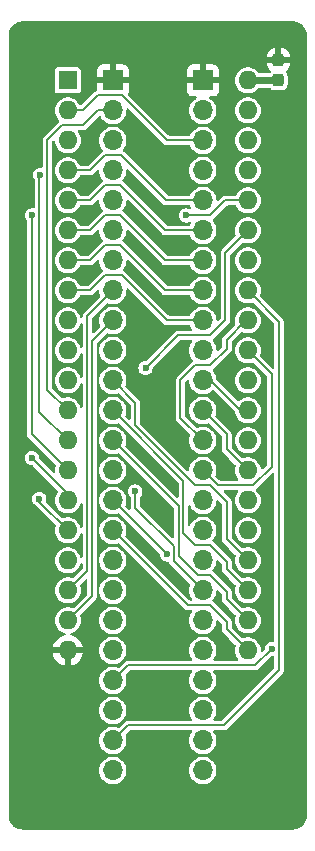
<source format=gbr>
G04 #@! TF.GenerationSoftware,KiCad,Pcbnew,8.0.4+dfsg-1*
G04 #@! TF.CreationDate,2024-12-10T10:55:22+09:00*
G04 #@! TF.ProjectId,bionic-nsc800,62696f6e-6963-42d6-9e73-633830302e6b,3*
G04 #@! TF.SameCoordinates,Original*
G04 #@! TF.FileFunction,Copper,L2,Bot*
G04 #@! TF.FilePolarity,Positive*
%FSLAX46Y46*%
G04 Gerber Fmt 4.6, Leading zero omitted, Abs format (unit mm)*
G04 Created by KiCad (PCBNEW 8.0.4+dfsg-1) date 2024-12-10 10:55:22*
%MOMM*%
%LPD*%
G01*
G04 APERTURE LIST*
G04 Aperture macros list*
%AMRoundRect*
0 Rectangle with rounded corners*
0 $1 Rounding radius*
0 $2 $3 $4 $5 $6 $7 $8 $9 X,Y pos of 4 corners*
0 Add a 4 corners polygon primitive as box body*
4,1,4,$2,$3,$4,$5,$6,$7,$8,$9,$2,$3,0*
0 Add four circle primitives for the rounded corners*
1,1,$1+$1,$2,$3*
1,1,$1+$1,$4,$5*
1,1,$1+$1,$6,$7*
1,1,$1+$1,$8,$9*
0 Add four rect primitives between the rounded corners*
20,1,$1+$1,$2,$3,$4,$5,0*
20,1,$1+$1,$4,$5,$6,$7,0*
20,1,$1+$1,$6,$7,$8,$9,0*
20,1,$1+$1,$8,$9,$2,$3,0*%
G04 Aperture macros list end*
G04 #@! TA.AperFunction,ComponentPad*
%ADD10R,1.600000X1.600000*%
G04 #@! TD*
G04 #@! TA.AperFunction,ComponentPad*
%ADD11O,1.600000X1.600000*%
G04 #@! TD*
G04 #@! TA.AperFunction,ComponentPad*
%ADD12O,1.700000X1.700000*%
G04 #@! TD*
G04 #@! TA.AperFunction,ComponentPad*
%ADD13R,1.700000X1.700000*%
G04 #@! TD*
G04 #@! TA.AperFunction,SMDPad,CuDef*
%ADD14RoundRect,0.237500X0.237500X-0.300000X0.237500X0.300000X-0.237500X0.300000X-0.237500X-0.300000X0*%
G04 #@! TD*
G04 #@! TA.AperFunction,ViaPad*
%ADD15C,0.600000*%
G04 #@! TD*
G04 #@! TA.AperFunction,Conductor*
%ADD16C,0.600000*%
G04 #@! TD*
G04 #@! TA.AperFunction,Conductor*
%ADD17C,0.800000*%
G04 #@! TD*
G04 #@! TA.AperFunction,Conductor*
%ADD18C,0.200000*%
G04 #@! TD*
G04 APERTURE END LIST*
D10*
X106080000Y-75080000D03*
D11*
X106080000Y-77620000D03*
X106080000Y-80160000D03*
X106080000Y-82700000D03*
X106080000Y-85240000D03*
X106080000Y-87780000D03*
X106080000Y-90320000D03*
X106080000Y-92860000D03*
X106080000Y-95400000D03*
X106080000Y-97940000D03*
X106080000Y-100480000D03*
X106080000Y-103020000D03*
X106080000Y-105560000D03*
X106080000Y-108100000D03*
X106080000Y-110640000D03*
X106080000Y-113180000D03*
X106080000Y-115720000D03*
X106080000Y-118260000D03*
X106080000Y-120800000D03*
X106080000Y-123340000D03*
X121320000Y-123340000D03*
X121320000Y-120800000D03*
X121320000Y-118260000D03*
X121320000Y-115720000D03*
X121320000Y-113180000D03*
X121320000Y-110640000D03*
X121320000Y-108100000D03*
X121320000Y-105560000D03*
X121320000Y-103020000D03*
X121320000Y-100480000D03*
X121320000Y-97940000D03*
X121320000Y-95400000D03*
X121320000Y-92860000D03*
X121320000Y-90320000D03*
X121320000Y-87780000D03*
X121320000Y-85240000D03*
X121320000Y-82700000D03*
X121320000Y-80160000D03*
X121320000Y-77620000D03*
X121320000Y-75080000D03*
D12*
X117510000Y-133500000D03*
X117510000Y-130960000D03*
X117510000Y-128420000D03*
X117510000Y-125880000D03*
X117510000Y-123340000D03*
X117510000Y-120800000D03*
X117510000Y-118260000D03*
X117510000Y-115720000D03*
X117510000Y-113180000D03*
X117510000Y-110640000D03*
X117510000Y-108100000D03*
X117510000Y-105560000D03*
X117510000Y-103020000D03*
X117510000Y-100480000D03*
X117510000Y-97940000D03*
X117510000Y-95400000D03*
X117510000Y-92860000D03*
X117510000Y-90320000D03*
X117510000Y-87780000D03*
X117510000Y-85240000D03*
X117510000Y-82700000D03*
X117510000Y-80160000D03*
X117510000Y-77620000D03*
D13*
X117510000Y-75080000D03*
D14*
X123910800Y-75078900D03*
X123910800Y-73353900D03*
D13*
X109890000Y-75080000D03*
D12*
X109890000Y-77620000D03*
X109890000Y-80160000D03*
X109890000Y-82700000D03*
X109890000Y-85240000D03*
X109890000Y-87780000D03*
X109890000Y-90320000D03*
X109890000Y-92860000D03*
X109890000Y-95400000D03*
X109890000Y-97940000D03*
X109890000Y-100480000D03*
X109890000Y-103020000D03*
X109890000Y-105560000D03*
X109890000Y-108100000D03*
X109890000Y-110640000D03*
X109890000Y-113180000D03*
X109890000Y-115720000D03*
X109890000Y-118260000D03*
X109890000Y-120800000D03*
X109890000Y-123340000D03*
X109890000Y-125880000D03*
X109890000Y-128420000D03*
X109890000Y-130960000D03*
X109890000Y-133500000D03*
D15*
X116367000Y-89050000D03*
X114843000Y-81176000D03*
X122209000Y-114450000D03*
X114208000Y-102639000D03*
X113827000Y-86002000D03*
X113700000Y-90955000D03*
X114970000Y-78636000D03*
X122082000Y-129055000D03*
X113700000Y-122070000D03*
X113700000Y-88542000D03*
X113700000Y-132357000D03*
X113700000Y-93495000D03*
X121320000Y-73048000D03*
X114843000Y-83843000D03*
X111795000Y-109878000D03*
X114459000Y-115212000D03*
X112658850Y-99438850D03*
X103667000Y-110513000D03*
X103032000Y-107049000D03*
X103067000Y-86510000D03*
X103752800Y-83081000D03*
X116113000Y-86510000D03*
X123361600Y-123213000D03*
D16*
X123910800Y-75078900D02*
X121321100Y-75078900D01*
D17*
X121321100Y-75078900D02*
X121320000Y-75080000D01*
D18*
X114335000Y-92860000D02*
X110525000Y-89050000D01*
X110525000Y-89050000D02*
X109255000Y-89050000D01*
X117510000Y-92860000D02*
X114335000Y-92860000D01*
X107985000Y-90320000D02*
X106080000Y-90320000D01*
X109255000Y-89050000D02*
X107985000Y-90320000D01*
X114462000Y-95400000D02*
X110652000Y-91590000D01*
X110652000Y-91590000D02*
X109255000Y-91590000D01*
X107985000Y-92860000D02*
X106080000Y-92860000D01*
X117510000Y-95400000D02*
X114462000Y-95400000D01*
X109255000Y-91590000D02*
X107985000Y-92860000D01*
X111795000Y-111275000D02*
X115059000Y-114539000D01*
X115059000Y-114539000D02*
X115059000Y-115809000D01*
X115059000Y-115809000D02*
X117510000Y-118260000D01*
X111795000Y-109878000D02*
X111795000Y-111275000D01*
X110525000Y-86510000D02*
X109255000Y-86510000D01*
X117510000Y-90320000D02*
X114335000Y-90320000D01*
X114335000Y-90320000D02*
X110525000Y-86510000D01*
X109255000Y-86510000D02*
X107985000Y-87780000D01*
X107985000Y-87780000D02*
X106080000Y-87780000D01*
X109255000Y-83970000D02*
X107985000Y-85240000D01*
X110525000Y-83970000D02*
X109255000Y-83970000D01*
X107985000Y-85240000D02*
X106080000Y-85240000D01*
X114335000Y-87780000D02*
X110525000Y-83970000D01*
X117510000Y-87780000D02*
X114335000Y-87780000D01*
X117510000Y-85240000D02*
X114398500Y-85240000D01*
X110588500Y-81430000D02*
X109255000Y-81430000D01*
X109255000Y-81430000D02*
X107985000Y-82700000D01*
X114398500Y-85240000D02*
X110588500Y-81430000D01*
X107985000Y-82700000D02*
X106080000Y-82700000D01*
X117510000Y-80160000D02*
X114462000Y-80160000D01*
X108620000Y-76350000D02*
X107350000Y-77620000D01*
X110652000Y-76350000D02*
X108620000Y-76350000D01*
X114462000Y-80160000D02*
X110652000Y-76350000D01*
X107350000Y-77620000D02*
X106080000Y-77620000D01*
X114459000Y-115212000D02*
X114459000Y-115209000D01*
X114459000Y-115209000D02*
X109890000Y-110640000D01*
X116240000Y-119530000D02*
X109890000Y-113180000D01*
X121320000Y-123340000D02*
X119542000Y-121562000D01*
X118145000Y-119530000D02*
X116240000Y-119530000D01*
X119542000Y-120927000D02*
X118145000Y-119530000D01*
X119542000Y-121562000D02*
X119542000Y-120927000D01*
X109890000Y-95400000D02*
X108131000Y-97159000D01*
X108131000Y-97159000D02*
X108131000Y-118749000D01*
X108131000Y-118749000D02*
X106080000Y-120800000D01*
X119415000Y-89685000D02*
X121320000Y-87780000D01*
X119415000Y-95400000D02*
X119415000Y-89685000D01*
X112658850Y-99438850D02*
X115427700Y-96670000D01*
X118145000Y-96670000D02*
X119415000Y-95400000D01*
X115427700Y-96670000D02*
X118145000Y-96670000D01*
X109890000Y-92860000D02*
X107731000Y-95019000D01*
X107731000Y-116609000D02*
X106080000Y-118260000D01*
X107731000Y-95019000D02*
X107731000Y-116609000D01*
X120685000Y-103020000D02*
X121320000Y-103020000D01*
X117510000Y-100480000D02*
X118145000Y-100480000D01*
X118145000Y-100480000D02*
X120685000Y-103020000D01*
X103667000Y-110513000D02*
X103667000Y-110767000D01*
X103667000Y-110767000D02*
X106080000Y-113180000D01*
X103032000Y-107049000D02*
X103034700Y-107049000D01*
X103034700Y-107049000D02*
X106080000Y-110094300D01*
X106080000Y-110094300D02*
X106080000Y-110640000D01*
X119542000Y-97051000D02*
X121193000Y-95400000D01*
X115605000Y-103655000D02*
X115605000Y-100480000D01*
X115605000Y-100480000D02*
X116875000Y-99210000D01*
X119542000Y-97813000D02*
X119542000Y-97051000D01*
X116875000Y-99210000D02*
X118145000Y-99210000D01*
X121193000Y-95400000D02*
X121320000Y-95400000D01*
X118145000Y-99210000D02*
X119542000Y-97813000D01*
X117510000Y-105560000D02*
X115605000Y-103655000D01*
X103067000Y-86510000D02*
X103032000Y-86545000D01*
X103032000Y-105052000D02*
X106080000Y-108100000D01*
X103032000Y-86545000D02*
X103032000Y-105052000D01*
X103667000Y-103147000D02*
X106080000Y-105560000D01*
X103752800Y-83081000D02*
X103667000Y-83166800D01*
X103667000Y-83166800D02*
X103667000Y-103147000D01*
X104352800Y-80109200D02*
X104352800Y-101292800D01*
X109890000Y-77620000D02*
X108620000Y-77620000D01*
X104352800Y-101292800D02*
X106080000Y-103020000D01*
X107350000Y-78890000D02*
X105572000Y-78890000D01*
X108620000Y-77620000D02*
X107350000Y-78890000D01*
X105572000Y-78890000D02*
X104352800Y-80109200D01*
X123352000Y-107773300D02*
X121755300Y-109370000D01*
X121755300Y-109370000D02*
X118780000Y-109370000D01*
X118780000Y-109370000D02*
X117510000Y-108100000D01*
X123352000Y-99972000D02*
X123352000Y-107773300D01*
X121320000Y-97940000D02*
X123352000Y-99972000D01*
X119542000Y-110767000D02*
X119542000Y-113942000D01*
X111795000Y-104290000D02*
X116875000Y-109370000D01*
X116875000Y-109370000D02*
X118145000Y-109370000D01*
X109890000Y-100480000D02*
X111795000Y-102385000D01*
X119542000Y-113942000D02*
X121320000Y-115720000D01*
X111795000Y-102385000D02*
X111795000Y-104290000D01*
X118145000Y-109370000D02*
X119542000Y-110767000D01*
X115859000Y-113434000D02*
X115859000Y-108989000D01*
X118145000Y-114450000D02*
X116875000Y-114450000D01*
X115859000Y-108989000D02*
X109890000Y-103020000D01*
X116875000Y-114450000D02*
X115859000Y-113434000D01*
X119542000Y-116482000D02*
X119542000Y-115847000D01*
X119542000Y-115847000D02*
X118145000Y-114450000D01*
X121320000Y-118260000D02*
X119542000Y-116482000D01*
X115459000Y-115355200D02*
X115459000Y-111129000D01*
X121320000Y-120800000D02*
X119542000Y-119022000D01*
X117093800Y-116990000D02*
X115459000Y-115355200D01*
X119542000Y-119022000D02*
X119542000Y-118387000D01*
X119542000Y-118387000D02*
X118145000Y-116990000D01*
X118145000Y-116990000D02*
X117093800Y-116990000D01*
X115459000Y-111129000D02*
X109890000Y-105560000D01*
X119415000Y-85240000D02*
X121320000Y-85240000D01*
X118145000Y-86510000D02*
X119415000Y-85240000D01*
X116113000Y-86510000D02*
X118145000Y-86510000D01*
X123361600Y-123213000D02*
X121964600Y-124610000D01*
X121964600Y-124610000D02*
X111160000Y-124610000D01*
X111160000Y-124610000D02*
X109890000Y-125880000D01*
X111160000Y-129690000D02*
X119288000Y-129690000D01*
X123961600Y-95501600D02*
X121320000Y-92860000D01*
X123961600Y-125016400D02*
X123961600Y-95501600D01*
X109890000Y-130960000D02*
X111160000Y-129690000D01*
X119288000Y-129690000D02*
X123961600Y-125016400D01*
X117510000Y-103020000D02*
X119542000Y-105052000D01*
X119542000Y-106322000D02*
X121320000Y-108100000D01*
X119542000Y-105052000D02*
X119542000Y-106322000D01*
G04 #@! TA.AperFunction,Conductor*
G36*
X123507045Y-108281390D02*
G01*
X123550310Y-108324655D01*
X123561100Y-108369600D01*
X123561100Y-122520694D01*
X123542193Y-122578885D01*
X123492693Y-122614849D01*
X123449179Y-122618847D01*
X123361602Y-122607318D01*
X123361599Y-122607318D01*
X123204841Y-122627955D01*
X123204833Y-122627957D01*
X123058761Y-122688462D01*
X123058760Y-122688462D01*
X122933323Y-122784713D01*
X122933313Y-122784723D01*
X122837062Y-122910160D01*
X122837062Y-122910161D01*
X122776557Y-123056233D01*
X122776555Y-123056241D01*
X122755071Y-123219433D01*
X122753342Y-123219205D01*
X122737011Y-123269471D01*
X122726922Y-123281284D01*
X122594219Y-123413987D01*
X122539702Y-123441764D01*
X122479270Y-123432193D01*
X122436005Y-123388928D01*
X122425215Y-123343983D01*
X122425215Y-123340003D01*
X122419774Y-123281284D01*
X122406397Y-123136917D01*
X122350582Y-122940750D01*
X122259673Y-122758179D01*
X122136764Y-122595421D01*
X121986041Y-122458019D01*
X121812637Y-122350652D01*
X121622456Y-122276976D01*
X121622455Y-122276975D01*
X121622453Y-122276975D01*
X121421976Y-122239500D01*
X121218024Y-122239500D01*
X121017544Y-122276975D01*
X120937739Y-122307892D01*
X120876648Y-122311282D01*
X120831973Y-122285581D01*
X120409416Y-121863024D01*
X119971496Y-121425103D01*
X119943719Y-121370586D01*
X119942500Y-121355099D01*
X119942500Y-120874274D01*
X119933946Y-120842349D01*
X119915207Y-120772413D01*
X119862480Y-120681087D01*
X119787913Y-120606519D01*
X119787913Y-120606520D01*
X118390913Y-119209520D01*
X118390910Y-119209518D01*
X118376680Y-119201302D01*
X118335739Y-119155831D01*
X118329345Y-119094981D01*
X118359489Y-119042401D01*
X118363872Y-119038407D01*
X118492366Y-118868255D01*
X118587405Y-118677389D01*
X118645756Y-118472310D01*
X118661505Y-118302346D01*
X118685700Y-118246151D01*
X118738307Y-118214907D01*
X118799231Y-118220553D01*
X118830086Y-118241479D01*
X119112504Y-118523897D01*
X119140281Y-118578414D01*
X119141500Y-118593901D01*
X119141500Y-118969273D01*
X119141500Y-119074727D01*
X119163231Y-119155831D01*
X119168794Y-119176592D01*
X119221516Y-119267908D01*
X119221517Y-119267909D01*
X119221518Y-119267910D01*
X119221520Y-119267913D01*
X119744801Y-119791194D01*
X120262663Y-120309056D01*
X120290440Y-120363573D01*
X120287880Y-120406152D01*
X120233603Y-120596915D01*
X120233603Y-120596917D01*
X120214785Y-120800000D01*
X120233603Y-121003083D01*
X120289418Y-121199250D01*
X120380327Y-121381821D01*
X120503236Y-121544579D01*
X120653959Y-121681981D01*
X120827363Y-121789348D01*
X121017544Y-121863024D01*
X121218024Y-121900500D01*
X121421976Y-121900500D01*
X121622456Y-121863024D01*
X121812637Y-121789348D01*
X121986041Y-121681981D01*
X122136764Y-121544579D01*
X122259673Y-121381821D01*
X122350582Y-121199250D01*
X122406397Y-121003083D01*
X122425215Y-120800000D01*
X122406397Y-120596917D01*
X122350582Y-120400750D01*
X122259673Y-120218179D01*
X122136764Y-120055421D01*
X121986041Y-119918019D01*
X121812637Y-119810652D01*
X121622456Y-119736976D01*
X121622455Y-119736975D01*
X121622453Y-119736975D01*
X121421976Y-119699500D01*
X121218024Y-119699500D01*
X121017544Y-119736975D01*
X120937739Y-119767892D01*
X120876648Y-119771282D01*
X120831973Y-119745581D01*
X120409416Y-119323024D01*
X119971496Y-118885103D01*
X119943719Y-118830586D01*
X119942500Y-118815099D01*
X119942500Y-118334274D01*
X119933946Y-118302349D01*
X119915207Y-118232413D01*
X119862480Y-118141087D01*
X119787913Y-118066519D01*
X119787913Y-118066520D01*
X118390913Y-116669520D01*
X118390910Y-116669518D01*
X118376680Y-116661302D01*
X118335739Y-116615831D01*
X118329345Y-116554981D01*
X118359489Y-116502401D01*
X118363872Y-116498407D01*
X118492366Y-116328255D01*
X118587405Y-116137389D01*
X118645756Y-115932310D01*
X118661505Y-115762346D01*
X118685700Y-115706151D01*
X118738307Y-115674907D01*
X118799231Y-115680553D01*
X118830086Y-115701479D01*
X119112504Y-115983897D01*
X119140281Y-116038414D01*
X119141500Y-116053901D01*
X119141500Y-116429273D01*
X119141500Y-116534727D01*
X119163231Y-116615831D01*
X119168794Y-116636592D01*
X119221516Y-116727908D01*
X119221517Y-116727909D01*
X119221518Y-116727910D01*
X119221520Y-116727913D01*
X119744802Y-117251195D01*
X120262663Y-117769056D01*
X120290440Y-117823573D01*
X120287880Y-117866152D01*
X120233603Y-118056915D01*
X120233603Y-118056917D01*
X120214785Y-118260000D01*
X120233603Y-118463083D01*
X120289418Y-118659250D01*
X120380327Y-118841821D01*
X120503236Y-119004579D01*
X120653959Y-119141981D01*
X120827363Y-119249348D01*
X121017544Y-119323024D01*
X121218024Y-119360500D01*
X121421976Y-119360500D01*
X121622456Y-119323024D01*
X121812637Y-119249348D01*
X121986041Y-119141981D01*
X122136764Y-119004579D01*
X122259673Y-118841821D01*
X122350582Y-118659250D01*
X122406397Y-118463083D01*
X122425215Y-118260000D01*
X122406397Y-118056917D01*
X122350582Y-117860750D01*
X122259673Y-117678179D01*
X122136764Y-117515421D01*
X121986041Y-117378019D01*
X121812637Y-117270652D01*
X121622456Y-117196976D01*
X121622455Y-117196975D01*
X121622453Y-117196975D01*
X121421976Y-117159500D01*
X121218024Y-117159500D01*
X121017544Y-117196975D01*
X120937739Y-117227892D01*
X120876648Y-117231282D01*
X120831973Y-117205581D01*
X120409416Y-116783024D01*
X119971496Y-116345103D01*
X119943719Y-116290586D01*
X119942500Y-116275099D01*
X119942500Y-115794274D01*
X119933946Y-115762349D01*
X119915207Y-115692413D01*
X119862480Y-115601087D01*
X119831755Y-115570362D01*
X119787913Y-115526519D01*
X119787913Y-115526520D01*
X118390913Y-114129520D01*
X118390910Y-114129518D01*
X118376680Y-114121302D01*
X118335739Y-114075831D01*
X118329345Y-114014981D01*
X118359489Y-113962401D01*
X118363872Y-113958407D01*
X118492366Y-113788255D01*
X118587405Y-113597389D01*
X118645756Y-113392310D01*
X118665429Y-113180000D01*
X118645756Y-112967690D01*
X118587405Y-112762611D01*
X118492366Y-112571745D01*
X118363872Y-112401593D01*
X118309623Y-112352139D01*
X118206307Y-112257952D01*
X118206300Y-112257946D01*
X118025024Y-112145705D01*
X118025019Y-112145702D01*
X117826195Y-112068678D01*
X117616610Y-112029500D01*
X117403390Y-112029500D01*
X117193804Y-112068678D01*
X116994980Y-112145702D01*
X116994975Y-112145705D01*
X116813699Y-112257946D01*
X116813692Y-112257952D01*
X116656135Y-112401586D01*
X116656131Y-112401589D01*
X116656128Y-112401593D01*
X116656125Y-112401597D01*
X116527635Y-112571743D01*
X116527630Y-112571752D01*
X116447121Y-112733438D01*
X116404258Y-112777100D01*
X116343917Y-112787230D01*
X116289146Y-112759958D01*
X116260866Y-112705700D01*
X116259500Y-112689310D01*
X116259500Y-111130689D01*
X116278407Y-111072498D01*
X116327907Y-111036534D01*
X116389093Y-111036534D01*
X116438593Y-111072498D01*
X116447119Y-111086558D01*
X116469094Y-111130689D01*
X116527630Y-111248248D01*
X116527632Y-111248252D01*
X116527634Y-111248255D01*
X116656128Y-111418407D01*
X116656135Y-111418413D01*
X116813692Y-111562047D01*
X116813699Y-111562053D01*
X116917389Y-111626255D01*
X116994981Y-111674298D01*
X117193802Y-111751321D01*
X117403390Y-111790500D01*
X117616610Y-111790500D01*
X117826198Y-111751321D01*
X118025019Y-111674298D01*
X118206302Y-111562052D01*
X118363872Y-111418407D01*
X118492366Y-111248255D01*
X118587405Y-111057389D01*
X118645756Y-110852310D01*
X118661505Y-110682346D01*
X118685700Y-110626151D01*
X118738307Y-110594907D01*
X118799231Y-110600553D01*
X118830086Y-110621479D01*
X119112504Y-110903897D01*
X119140281Y-110958414D01*
X119141500Y-110973901D01*
X119141500Y-113889273D01*
X119141500Y-113994727D01*
X119163231Y-114075831D01*
X119168794Y-114096592D01*
X119221516Y-114187908D01*
X119221517Y-114187909D01*
X119221518Y-114187910D01*
X119221520Y-114187913D01*
X119744802Y-114711195D01*
X120262663Y-115229056D01*
X120290440Y-115283573D01*
X120287880Y-115326152D01*
X120233603Y-115516915D01*
X120233603Y-115516917D01*
X120214785Y-115720000D01*
X120233603Y-115923083D01*
X120289418Y-116119250D01*
X120380327Y-116301821D01*
X120503236Y-116464579D01*
X120653959Y-116601981D01*
X120827363Y-116709348D01*
X121017544Y-116783024D01*
X121218024Y-116820500D01*
X121421976Y-116820500D01*
X121622456Y-116783024D01*
X121812637Y-116709348D01*
X121986041Y-116601981D01*
X122136764Y-116464579D01*
X122259673Y-116301821D01*
X122350582Y-116119250D01*
X122406397Y-115923083D01*
X122425215Y-115720000D01*
X122406397Y-115516917D01*
X122350582Y-115320750D01*
X122259673Y-115138179D01*
X122136764Y-114975421D01*
X121986041Y-114838019D01*
X121812637Y-114730652D01*
X121622456Y-114656976D01*
X121622455Y-114656975D01*
X121622453Y-114656975D01*
X121421976Y-114619500D01*
X121218024Y-114619500D01*
X121017544Y-114656975D01*
X120937739Y-114687892D01*
X120876648Y-114691282D01*
X120831973Y-114665581D01*
X120409416Y-114243024D01*
X119971496Y-113805103D01*
X119943719Y-113750586D01*
X119942500Y-113735099D01*
X119942500Y-113180000D01*
X120214785Y-113180000D01*
X120233603Y-113383083D01*
X120289418Y-113579250D01*
X120380327Y-113761821D01*
X120503236Y-113924579D01*
X120653959Y-114061981D01*
X120827363Y-114169348D01*
X121017544Y-114243024D01*
X121218024Y-114280500D01*
X121421976Y-114280500D01*
X121622456Y-114243024D01*
X121812637Y-114169348D01*
X121986041Y-114061981D01*
X122136764Y-113924579D01*
X122259673Y-113761821D01*
X122350582Y-113579250D01*
X122406397Y-113383083D01*
X122425215Y-113180000D01*
X122406397Y-112976917D01*
X122350582Y-112780750D01*
X122259673Y-112598179D01*
X122136764Y-112435421D01*
X121986041Y-112298019D01*
X121812637Y-112190652D01*
X121622456Y-112116976D01*
X121622455Y-112116975D01*
X121622453Y-112116975D01*
X121421976Y-112079500D01*
X121218024Y-112079500D01*
X121017546Y-112116975D01*
X120995334Y-112125580D01*
X120827363Y-112190652D01*
X120718676Y-112257948D01*
X120653959Y-112298019D01*
X120503237Y-112435420D01*
X120380328Y-112598177D01*
X120380323Y-112598186D01*
X120298450Y-112762611D01*
X120289418Y-112780750D01*
X120233603Y-112976917D01*
X120214785Y-113180000D01*
X119942500Y-113180000D01*
X119942500Y-110714274D01*
X119942500Y-110714273D01*
X119915207Y-110612413D01*
X119862480Y-110521087D01*
X119854392Y-110512999D01*
X119787913Y-110446519D01*
X119787913Y-110446520D01*
X119280897Y-109939504D01*
X119253120Y-109884987D01*
X119262691Y-109824555D01*
X119305956Y-109781290D01*
X119350901Y-109770500D01*
X120398754Y-109770500D01*
X120456945Y-109789407D01*
X120492909Y-109838907D01*
X120492909Y-109900093D01*
X120477760Y-109929155D01*
X120408783Y-110020496D01*
X120380328Y-110058177D01*
X120380323Y-110058186D01*
X120298450Y-110222611D01*
X120289418Y-110240750D01*
X120233603Y-110436917D01*
X120214785Y-110640000D01*
X120233603Y-110843083D01*
X120289418Y-111039250D01*
X120380327Y-111221821D01*
X120503236Y-111384579D01*
X120653959Y-111521981D01*
X120827363Y-111629348D01*
X121017544Y-111703024D01*
X121218024Y-111740500D01*
X121421976Y-111740500D01*
X121622456Y-111703024D01*
X121812637Y-111629348D01*
X121986041Y-111521981D01*
X122136764Y-111384579D01*
X122259673Y-111221821D01*
X122350582Y-111039250D01*
X122406397Y-110843083D01*
X122425215Y-110640000D01*
X122406397Y-110436917D01*
X122350582Y-110240750D01*
X122259673Y-110058179D01*
X122136764Y-109895421D01*
X122035265Y-109802893D01*
X122005003Y-109749722D01*
X122011773Y-109688912D01*
X122031955Y-109659737D01*
X123392098Y-108299594D01*
X123446613Y-108271819D01*
X123507045Y-108281390D01*
G37*
G04 #@! TD.AperFunction*
G04 #@! TA.AperFunction,Conductor*
G36*
X111214117Y-82622010D02*
G01*
X114078018Y-85485910D01*
X114078020Y-85485913D01*
X114152587Y-85560480D01*
X114152589Y-85560481D01*
X114243909Y-85613205D01*
X114243913Y-85613207D01*
X114345770Y-85640500D01*
X114345772Y-85640501D01*
X114345773Y-85640501D01*
X114457290Y-85640501D01*
X114457306Y-85640500D01*
X116362887Y-85640500D01*
X116421078Y-85659407D01*
X116451508Y-85695373D01*
X116524824Y-85842614D01*
X116533837Y-85903132D01*
X116505556Y-85957389D01*
X116450785Y-85984661D01*
X116398318Y-85978205D01*
X116269766Y-85924957D01*
X116269758Y-85924955D01*
X116113001Y-85904318D01*
X116112999Y-85904318D01*
X115956241Y-85924955D01*
X115956233Y-85924957D01*
X115810161Y-85985462D01*
X115810160Y-85985462D01*
X115684723Y-86081713D01*
X115684719Y-86081716D01*
X115684718Y-86081718D01*
X115684716Y-86081721D01*
X115588462Y-86207160D01*
X115588462Y-86207161D01*
X115527957Y-86353233D01*
X115527955Y-86353241D01*
X115507318Y-86509999D01*
X115507318Y-86510000D01*
X115527955Y-86666758D01*
X115527957Y-86666766D01*
X115588462Y-86812838D01*
X115588462Y-86812839D01*
X115684713Y-86938276D01*
X115684718Y-86938282D01*
X115810159Y-87034536D01*
X115810160Y-87034536D01*
X115810161Y-87034537D01*
X115956233Y-87095042D01*
X115956238Y-87095044D01*
X116073809Y-87110522D01*
X116112999Y-87115682D01*
X116113000Y-87115682D01*
X116113001Y-87115682D01*
X116144352Y-87111554D01*
X116269762Y-87095044D01*
X116398319Y-87041793D01*
X116459314Y-87036993D01*
X116511483Y-87068962D01*
X116534898Y-87125490D01*
X116524825Y-87177385D01*
X116451509Y-87324627D01*
X116408646Y-87368290D01*
X116362887Y-87379500D01*
X114541900Y-87379500D01*
X114483709Y-87360593D01*
X114471896Y-87350504D01*
X112681871Y-85560479D01*
X110770913Y-83649520D01*
X110770910Y-83649518D01*
X110756680Y-83641302D01*
X110715739Y-83595831D01*
X110709345Y-83534981D01*
X110739489Y-83482401D01*
X110743872Y-83478407D01*
X110872366Y-83308255D01*
X110967405Y-83117389D01*
X111025756Y-82912310D01*
X111045429Y-82700000D01*
X111045429Y-82699996D01*
X111045429Y-82695423D01*
X111046827Y-82695423D01*
X111058991Y-82641464D01*
X111104960Y-82601085D01*
X111165885Y-82595438D01*
X111214117Y-82622010D01*
G37*
G04 #@! TD.AperFunction*
G04 #@! TA.AperFunction,Conductor*
G36*
X125133875Y-70075805D02*
G01*
X125309097Y-70089594D01*
X125324430Y-70092023D01*
X125491550Y-70132145D01*
X125506317Y-70136943D01*
X125665104Y-70202715D01*
X125678926Y-70209758D01*
X125825469Y-70299560D01*
X125838032Y-70308688D01*
X125968717Y-70420303D01*
X125979699Y-70431285D01*
X126091311Y-70561967D01*
X126100440Y-70574532D01*
X126190238Y-70721068D01*
X126197287Y-70734902D01*
X126263054Y-70893678D01*
X126267855Y-70908453D01*
X126307975Y-71075564D01*
X126310405Y-71090907D01*
X126324195Y-71266123D01*
X126324500Y-71273891D01*
X126324500Y-137306108D01*
X126324195Y-137313876D01*
X126310405Y-137489092D01*
X126307975Y-137504435D01*
X126267855Y-137671546D01*
X126263054Y-137686321D01*
X126197287Y-137845097D01*
X126190234Y-137858939D01*
X126100442Y-138005465D01*
X126091311Y-138018032D01*
X125979699Y-138148714D01*
X125968714Y-138159699D01*
X125838032Y-138271311D01*
X125825465Y-138280442D01*
X125678939Y-138370234D01*
X125665097Y-138377287D01*
X125506321Y-138443054D01*
X125491546Y-138447855D01*
X125324435Y-138487975D01*
X125309092Y-138490405D01*
X125149743Y-138502946D01*
X125133874Y-138504195D01*
X125126108Y-138504500D01*
X102273892Y-138504500D01*
X102266125Y-138504195D01*
X102247014Y-138502691D01*
X102090907Y-138490405D01*
X102075564Y-138487975D01*
X101908453Y-138447855D01*
X101893678Y-138443054D01*
X101734902Y-138377287D01*
X101721068Y-138370238D01*
X101574532Y-138280440D01*
X101561967Y-138271311D01*
X101462706Y-138186535D01*
X101431282Y-138159696D01*
X101420303Y-138148717D01*
X101308688Y-138018032D01*
X101299560Y-138005469D01*
X101209758Y-137858926D01*
X101202715Y-137845104D01*
X101136943Y-137686317D01*
X101132144Y-137671546D01*
X101092024Y-137504435D01*
X101089594Y-137489097D01*
X101075805Y-137313875D01*
X101075500Y-137306108D01*
X101075500Y-133500000D01*
X108734571Y-133500000D01*
X108754244Y-133712310D01*
X108812595Y-133917389D01*
X108907634Y-134108255D01*
X109036128Y-134278407D01*
X109036135Y-134278413D01*
X109193692Y-134422047D01*
X109193699Y-134422053D01*
X109297389Y-134486255D01*
X109374981Y-134534298D01*
X109573802Y-134611321D01*
X109783390Y-134650500D01*
X109996610Y-134650500D01*
X110206198Y-134611321D01*
X110405019Y-134534298D01*
X110586302Y-134422052D01*
X110743872Y-134278407D01*
X110872366Y-134108255D01*
X110967405Y-133917389D01*
X111025756Y-133712310D01*
X111045429Y-133500000D01*
X116354571Y-133500000D01*
X116374244Y-133712310D01*
X116432595Y-133917389D01*
X116527634Y-134108255D01*
X116656128Y-134278407D01*
X116656135Y-134278413D01*
X116813692Y-134422047D01*
X116813699Y-134422053D01*
X116917389Y-134486255D01*
X116994981Y-134534298D01*
X117193802Y-134611321D01*
X117403390Y-134650500D01*
X117616610Y-134650500D01*
X117826198Y-134611321D01*
X118025019Y-134534298D01*
X118206302Y-134422052D01*
X118363872Y-134278407D01*
X118492366Y-134108255D01*
X118587405Y-133917389D01*
X118645756Y-133712310D01*
X118665429Y-133500000D01*
X118645756Y-133287690D01*
X118587405Y-133082611D01*
X118492366Y-132891745D01*
X118363872Y-132721593D01*
X118309623Y-132672139D01*
X118206307Y-132577952D01*
X118206300Y-132577946D01*
X118025024Y-132465705D01*
X118025019Y-132465702D01*
X117826195Y-132388678D01*
X117616610Y-132349500D01*
X117403390Y-132349500D01*
X117193804Y-132388678D01*
X116994980Y-132465702D01*
X116994975Y-132465705D01*
X116813699Y-132577946D01*
X116813692Y-132577952D01*
X116656135Y-132721586D01*
X116656131Y-132721589D01*
X116656128Y-132721593D01*
X116656125Y-132721597D01*
X116527635Y-132891743D01*
X116527630Y-132891752D01*
X116432596Y-133082608D01*
X116374244Y-133287688D01*
X116374244Y-133287690D01*
X116354571Y-133500000D01*
X111045429Y-133500000D01*
X111025756Y-133287690D01*
X110967405Y-133082611D01*
X110872366Y-132891745D01*
X110743872Y-132721593D01*
X110689623Y-132672139D01*
X110586307Y-132577952D01*
X110586300Y-132577946D01*
X110405024Y-132465705D01*
X110405019Y-132465702D01*
X110206195Y-132388678D01*
X109996610Y-132349500D01*
X109783390Y-132349500D01*
X109573804Y-132388678D01*
X109374980Y-132465702D01*
X109374975Y-132465705D01*
X109193699Y-132577946D01*
X109193692Y-132577952D01*
X109036135Y-132721586D01*
X109036131Y-132721589D01*
X109036128Y-132721593D01*
X109036125Y-132721597D01*
X108907635Y-132891743D01*
X108907630Y-132891752D01*
X108812596Y-133082608D01*
X108754244Y-133287688D01*
X108754244Y-133287690D01*
X108734571Y-133500000D01*
X101075500Y-133500000D01*
X101075500Y-128420000D01*
X108734571Y-128420000D01*
X108754244Y-128632310D01*
X108812595Y-128837389D01*
X108907634Y-129028255D01*
X109036128Y-129198407D01*
X109036135Y-129198413D01*
X109193692Y-129342047D01*
X109193699Y-129342053D01*
X109238060Y-129369520D01*
X109374981Y-129454298D01*
X109573802Y-129531321D01*
X109783390Y-129570500D01*
X109996610Y-129570500D01*
X110206198Y-129531321D01*
X110405019Y-129454298D01*
X110586302Y-129342052D01*
X110743872Y-129198407D01*
X110872366Y-129028255D01*
X110967405Y-128837389D01*
X111025756Y-128632310D01*
X111045429Y-128420000D01*
X111025756Y-128207690D01*
X110967405Y-128002611D01*
X110872366Y-127811745D01*
X110743872Y-127641593D01*
X110689623Y-127592139D01*
X110586307Y-127497952D01*
X110586300Y-127497946D01*
X110405024Y-127385705D01*
X110405019Y-127385702D01*
X110206195Y-127308678D01*
X109996610Y-127269500D01*
X109783390Y-127269500D01*
X109573804Y-127308678D01*
X109374980Y-127385702D01*
X109374975Y-127385705D01*
X109193699Y-127497946D01*
X109193692Y-127497952D01*
X109036135Y-127641586D01*
X109036131Y-127641589D01*
X109036128Y-127641593D01*
X109036125Y-127641597D01*
X108907635Y-127811743D01*
X108907630Y-127811752D01*
X108812596Y-128002608D01*
X108754244Y-128207688D01*
X108754244Y-128207690D01*
X108734571Y-128420000D01*
X101075500Y-128420000D01*
X101075500Y-107048999D01*
X102426318Y-107048999D01*
X102426318Y-107049000D01*
X102446955Y-107205758D01*
X102446957Y-107205766D01*
X102507462Y-107351838D01*
X102507462Y-107351839D01*
X102507464Y-107351841D01*
X102603718Y-107477282D01*
X102729159Y-107573536D01*
X102729160Y-107573536D01*
X102729161Y-107573537D01*
X102875233Y-107634042D01*
X102875238Y-107634044D01*
X102992809Y-107649522D01*
X103031999Y-107654682D01*
X103032981Y-107654682D01*
X103033649Y-107654899D01*
X103038433Y-107655529D01*
X103038316Y-107656415D01*
X103091172Y-107673589D01*
X103102985Y-107683678D01*
X105224474Y-109805166D01*
X105252251Y-109859683D01*
X105242680Y-109920115D01*
X105233474Y-109934830D01*
X105140332Y-110058171D01*
X105140323Y-110058186D01*
X105058450Y-110222611D01*
X105049418Y-110240750D01*
X104993603Y-110436917D01*
X104974785Y-110640000D01*
X104993603Y-110843083D01*
X105049418Y-111039250D01*
X105140327Y-111221821D01*
X105263236Y-111384579D01*
X105413959Y-111521981D01*
X105587363Y-111629348D01*
X105777544Y-111703024D01*
X105978024Y-111740500D01*
X106181976Y-111740500D01*
X106382456Y-111703024D01*
X106572637Y-111629348D01*
X106746041Y-111521981D01*
X106896764Y-111384579D01*
X107019673Y-111221821D01*
X107110582Y-111039250D01*
X107136280Y-110948931D01*
X107170390Y-110898138D01*
X107227842Y-110877094D01*
X107286692Y-110893838D01*
X107324460Y-110941975D01*
X107330500Y-110976026D01*
X107330500Y-112843973D01*
X107311593Y-112902164D01*
X107262093Y-112938128D01*
X107200907Y-112938128D01*
X107151407Y-112902164D01*
X107136279Y-112871066D01*
X107110582Y-112780750D01*
X107019673Y-112598179D01*
X106896764Y-112435421D01*
X106746041Y-112298019D01*
X106572637Y-112190652D01*
X106382456Y-112116976D01*
X106382455Y-112116975D01*
X106382453Y-112116975D01*
X106181976Y-112079500D01*
X105978024Y-112079500D01*
X105777552Y-112116974D01*
X105777546Y-112116975D01*
X105777544Y-112116976D01*
X105711296Y-112142639D01*
X105697738Y-112147892D01*
X105636647Y-112151281D01*
X105591973Y-112125580D01*
X104264875Y-110798482D01*
X104237098Y-110743965D01*
X104243415Y-110690591D01*
X104252044Y-110669762D01*
X104272682Y-110513000D01*
X104252044Y-110356238D01*
X104191537Y-110210161D01*
X104191537Y-110210160D01*
X104095286Y-110084723D01*
X104095285Y-110084722D01*
X104095282Y-110084718D01*
X104095277Y-110084714D01*
X104095276Y-110084713D01*
X103969838Y-109988462D01*
X103823766Y-109927957D01*
X103823758Y-109927955D01*
X103667001Y-109907318D01*
X103666999Y-109907318D01*
X103510241Y-109927955D01*
X103510233Y-109927957D01*
X103364161Y-109988462D01*
X103364160Y-109988462D01*
X103238723Y-110084713D01*
X103238713Y-110084723D01*
X103142462Y-110210160D01*
X103142462Y-110210161D01*
X103081957Y-110356233D01*
X103081955Y-110356241D01*
X103061318Y-110512999D01*
X103061318Y-110513000D01*
X103081955Y-110669758D01*
X103081957Y-110669766D01*
X103142462Y-110815838D01*
X103142462Y-110815839D01*
X103232281Y-110932893D01*
X103238718Y-110941282D01*
X103238722Y-110941285D01*
X103238723Y-110941286D01*
X103364157Y-111037535D01*
X103369397Y-111040560D01*
X103389898Y-111056291D01*
X105022663Y-112689056D01*
X105050440Y-112743573D01*
X105047880Y-112786152D01*
X104993603Y-112976915D01*
X104993603Y-112976917D01*
X104974785Y-113180000D01*
X104993603Y-113383083D01*
X105049418Y-113579250D01*
X105140327Y-113761821D01*
X105263236Y-113924579D01*
X105413959Y-114061981D01*
X105587363Y-114169348D01*
X105777544Y-114243024D01*
X105978024Y-114280500D01*
X106181976Y-114280500D01*
X106382456Y-114243024D01*
X106572637Y-114169348D01*
X106746041Y-114061981D01*
X106896764Y-113924579D01*
X107019673Y-113761821D01*
X107110582Y-113579250D01*
X107136280Y-113488931D01*
X107170390Y-113438138D01*
X107227842Y-113417094D01*
X107286692Y-113433838D01*
X107324460Y-113481975D01*
X107330500Y-113516026D01*
X107330500Y-115383973D01*
X107311593Y-115442164D01*
X107262093Y-115478128D01*
X107200907Y-115478128D01*
X107151407Y-115442164D01*
X107136279Y-115411066D01*
X107110582Y-115320750D01*
X107019673Y-115138179D01*
X106896764Y-114975421D01*
X106746041Y-114838019D01*
X106572637Y-114730652D01*
X106382456Y-114656976D01*
X106382455Y-114656975D01*
X106382453Y-114656975D01*
X106181976Y-114619500D01*
X105978024Y-114619500D01*
X105777546Y-114656975D01*
X105707632Y-114684059D01*
X105587363Y-114730652D01*
X105478676Y-114797948D01*
X105413959Y-114838019D01*
X105263237Y-114975420D01*
X105140328Y-115138177D01*
X105140323Y-115138186D01*
X105058450Y-115302611D01*
X105049418Y-115320750D01*
X104993603Y-115516917D01*
X104974785Y-115720000D01*
X104993603Y-115923083D01*
X105049418Y-116119250D01*
X105140327Y-116301821D01*
X105263236Y-116464579D01*
X105413959Y-116601981D01*
X105587363Y-116709348D01*
X105777544Y-116783024D01*
X105978024Y-116820500D01*
X106181976Y-116820500D01*
X106382456Y-116783024D01*
X106572637Y-116709348D01*
X106746041Y-116601981D01*
X106896764Y-116464579D01*
X107019673Y-116301821D01*
X107110582Y-116119250D01*
X107136280Y-116028931D01*
X107170390Y-115978138D01*
X107227842Y-115957094D01*
X107286692Y-115973838D01*
X107324460Y-116021975D01*
X107330500Y-116056026D01*
X107330500Y-116402099D01*
X107311593Y-116460290D01*
X107301504Y-116472103D01*
X106568026Y-117205580D01*
X106513509Y-117233357D01*
X106462260Y-117227891D01*
X106382456Y-117196976D01*
X106181976Y-117159500D01*
X105978024Y-117159500D01*
X105777546Y-117196975D01*
X105707632Y-117224059D01*
X105587363Y-117270652D01*
X105478676Y-117337948D01*
X105413959Y-117378019D01*
X105263237Y-117515420D01*
X105140328Y-117678177D01*
X105140323Y-117678186D01*
X105058450Y-117842611D01*
X105049418Y-117860750D01*
X104993603Y-118056917D01*
X104974785Y-118260000D01*
X104993603Y-118463083D01*
X105049418Y-118659250D01*
X105140327Y-118841821D01*
X105263236Y-119004579D01*
X105413959Y-119141981D01*
X105587363Y-119249348D01*
X105777544Y-119323024D01*
X105978024Y-119360500D01*
X106181976Y-119360500D01*
X106382456Y-119323024D01*
X106572637Y-119249348D01*
X106746041Y-119141981D01*
X106896764Y-119004579D01*
X107019673Y-118841821D01*
X107110582Y-118659250D01*
X107166397Y-118463083D01*
X107185215Y-118260000D01*
X107166397Y-118056917D01*
X107112118Y-117866148D01*
X107114379Y-117805010D01*
X107137336Y-117769056D01*
X107561497Y-117344896D01*
X107616013Y-117317119D01*
X107676445Y-117326690D01*
X107719710Y-117369955D01*
X107730500Y-117414900D01*
X107730500Y-118542098D01*
X107711593Y-118600289D01*
X107701504Y-118612102D01*
X106568025Y-119745580D01*
X106513508Y-119773357D01*
X106462259Y-119767891D01*
X106382460Y-119736977D01*
X106382447Y-119736974D01*
X106181976Y-119699500D01*
X105978024Y-119699500D01*
X105777546Y-119736975D01*
X105707632Y-119764059D01*
X105587363Y-119810652D01*
X105437881Y-119903207D01*
X105413959Y-119918019D01*
X105263237Y-120055420D01*
X105140328Y-120218177D01*
X105140323Y-120218186D01*
X105058450Y-120382611D01*
X105049418Y-120400750D01*
X104993603Y-120596917D01*
X104974785Y-120800000D01*
X104993603Y-121003083D01*
X105049418Y-121199250D01*
X105140327Y-121381821D01*
X105263236Y-121544579D01*
X105413959Y-121681981D01*
X105587363Y-121789348D01*
X105777544Y-121863024D01*
X105815418Y-121870103D01*
X105869141Y-121899380D01*
X105895398Y-121954645D01*
X105884156Y-122014789D01*
X105839709Y-122056838D01*
X105822848Y-122063044D01*
X105633676Y-122113733D01*
X105427518Y-122209865D01*
X105241188Y-122340334D01*
X105080334Y-122501188D01*
X104949865Y-122687518D01*
X104853733Y-122893676D01*
X104801128Y-123090000D01*
X105764314Y-123090000D01*
X105759920Y-123094394D01*
X105707259Y-123185606D01*
X105680000Y-123287339D01*
X105680000Y-123392661D01*
X105707259Y-123494394D01*
X105759920Y-123585606D01*
X105764314Y-123590000D01*
X104801128Y-123590000D01*
X104853733Y-123786323D01*
X104949865Y-123992481D01*
X105080334Y-124178811D01*
X105241188Y-124339665D01*
X105427518Y-124470134D01*
X105633676Y-124566266D01*
X105830000Y-124618872D01*
X105830000Y-123655686D01*
X105834394Y-123660080D01*
X105925606Y-123712741D01*
X106027339Y-123740000D01*
X106132661Y-123740000D01*
X106234394Y-123712741D01*
X106325606Y-123660080D01*
X106330000Y-123655686D01*
X106330000Y-124618871D01*
X106526323Y-124566266D01*
X106732481Y-124470134D01*
X106918811Y-124339665D01*
X107079665Y-124178811D01*
X107210134Y-123992481D01*
X107306266Y-123786323D01*
X107358872Y-123590000D01*
X106395686Y-123590000D01*
X106400080Y-123585606D01*
X106452741Y-123494394D01*
X106480000Y-123392661D01*
X106480000Y-123340000D01*
X108734571Y-123340000D01*
X108754244Y-123552310D01*
X108812595Y-123757389D01*
X108907634Y-123948255D01*
X109036128Y-124118407D01*
X109036135Y-124118413D01*
X109193692Y-124262047D01*
X109193699Y-124262053D01*
X109238060Y-124289520D01*
X109374981Y-124374298D01*
X109573802Y-124451321D01*
X109783390Y-124490500D01*
X109996610Y-124490500D01*
X110206198Y-124451321D01*
X110405019Y-124374298D01*
X110586302Y-124262052D01*
X110743872Y-124118407D01*
X110872366Y-123948255D01*
X110967405Y-123757389D01*
X111025756Y-123552310D01*
X111045429Y-123340000D01*
X111025756Y-123127690D01*
X110967405Y-122922611D01*
X110872366Y-122731745D01*
X110743872Y-122561593D01*
X110677611Y-122501188D01*
X110586307Y-122417952D01*
X110586300Y-122417946D01*
X110405024Y-122305705D01*
X110405019Y-122305702D01*
X110206195Y-122228678D01*
X109996610Y-122189500D01*
X109783390Y-122189500D01*
X109573804Y-122228678D01*
X109374980Y-122305702D01*
X109374975Y-122305705D01*
X109193699Y-122417946D01*
X109193692Y-122417952D01*
X109036135Y-122561586D01*
X109036131Y-122561589D01*
X109036128Y-122561593D01*
X109036125Y-122561597D01*
X108907635Y-122731743D01*
X108907630Y-122731752D01*
X108812596Y-122922608D01*
X108754244Y-123127688D01*
X108754244Y-123127690D01*
X108734571Y-123340000D01*
X106480000Y-123340000D01*
X106480000Y-123287339D01*
X106452741Y-123185606D01*
X106400080Y-123094394D01*
X106395686Y-123090000D01*
X107358872Y-123090000D01*
X107306266Y-122893676D01*
X107210134Y-122687518D01*
X107079665Y-122501188D01*
X106918811Y-122340334D01*
X106732481Y-122209865D01*
X106526323Y-122113733D01*
X106337151Y-122063044D01*
X106285836Y-122029720D01*
X106263910Y-121972598D01*
X106279746Y-121913498D01*
X106327296Y-121874992D01*
X106344568Y-121870106D01*
X106382456Y-121863024D01*
X106572637Y-121789348D01*
X106746041Y-121681981D01*
X106896764Y-121544579D01*
X107019673Y-121381821D01*
X107110582Y-121199250D01*
X107166397Y-121003083D01*
X107185215Y-120800000D01*
X108734571Y-120800000D01*
X108754244Y-121012310D01*
X108812595Y-121217389D01*
X108907634Y-121408255D01*
X109036128Y-121578407D01*
X109036135Y-121578413D01*
X109193692Y-121722047D01*
X109193699Y-121722053D01*
X109297389Y-121786255D01*
X109374981Y-121834298D01*
X109573802Y-121911321D01*
X109783390Y-121950500D01*
X109996610Y-121950500D01*
X110206198Y-121911321D01*
X110405019Y-121834298D01*
X110586302Y-121722052D01*
X110743872Y-121578407D01*
X110872366Y-121408255D01*
X110967405Y-121217389D01*
X111025756Y-121012310D01*
X111045429Y-120800000D01*
X111025756Y-120587690D01*
X110967405Y-120382611D01*
X110872366Y-120191745D01*
X110743872Y-120021593D01*
X110664688Y-119949407D01*
X110586307Y-119877952D01*
X110586300Y-119877946D01*
X110405024Y-119765705D01*
X110405019Y-119765702D01*
X110353078Y-119745580D01*
X110206198Y-119688679D01*
X110206197Y-119688678D01*
X110206195Y-119688678D01*
X109996610Y-119649500D01*
X109783390Y-119649500D01*
X109573804Y-119688678D01*
X109374980Y-119765702D01*
X109374975Y-119765705D01*
X109193699Y-119877946D01*
X109193692Y-119877952D01*
X109036135Y-120021586D01*
X109036131Y-120021589D01*
X109036128Y-120021593D01*
X109036125Y-120021597D01*
X108907635Y-120191743D01*
X108907630Y-120191752D01*
X108812596Y-120382608D01*
X108754244Y-120587688D01*
X108754244Y-120587690D01*
X108734571Y-120800000D01*
X107185215Y-120800000D01*
X107166397Y-120596917D01*
X107112118Y-120406148D01*
X107114379Y-120345010D01*
X107137333Y-120309058D01*
X108451480Y-118994913D01*
X108465379Y-118970839D01*
X108504205Y-118903592D01*
X108504205Y-118903590D01*
X108504207Y-118903588D01*
X108531500Y-118801727D01*
X108531500Y-118696273D01*
X108531500Y-118260000D01*
X108734571Y-118260000D01*
X108754244Y-118472310D01*
X108812595Y-118677389D01*
X108907634Y-118868255D01*
X109036128Y-119038407D01*
X109036135Y-119038413D01*
X109193692Y-119182047D01*
X109193699Y-119182053D01*
X109238057Y-119209518D01*
X109374981Y-119294298D01*
X109573802Y-119371321D01*
X109783390Y-119410500D01*
X109996610Y-119410500D01*
X110206198Y-119371321D01*
X110405019Y-119294298D01*
X110586302Y-119182052D01*
X110743872Y-119038407D01*
X110872366Y-118868255D01*
X110967405Y-118677389D01*
X111025756Y-118472310D01*
X111045429Y-118260000D01*
X111025756Y-118047690D01*
X110967405Y-117842611D01*
X110872366Y-117651745D01*
X110743872Y-117481593D01*
X110670714Y-117414900D01*
X110586307Y-117337952D01*
X110586300Y-117337946D01*
X110405024Y-117225705D01*
X110405019Y-117225702D01*
X110206195Y-117148678D01*
X109996610Y-117109500D01*
X109783390Y-117109500D01*
X109573804Y-117148678D01*
X109374980Y-117225702D01*
X109374975Y-117225705D01*
X109193699Y-117337946D01*
X109193692Y-117337952D01*
X109036135Y-117481586D01*
X109036131Y-117481589D01*
X109036128Y-117481593D01*
X109036125Y-117481597D01*
X108907635Y-117651743D01*
X108907630Y-117651752D01*
X108812596Y-117842608D01*
X108754244Y-118047688D01*
X108754244Y-118047690D01*
X108734571Y-118260000D01*
X108531500Y-118260000D01*
X108531500Y-115720000D01*
X108734571Y-115720000D01*
X108754244Y-115932311D01*
X108766060Y-115973838D01*
X108812595Y-116137389D01*
X108907634Y-116328255D01*
X109036128Y-116498407D01*
X109036135Y-116498413D01*
X109193692Y-116642047D01*
X109193699Y-116642053D01*
X109238057Y-116669518D01*
X109374981Y-116754298D01*
X109573802Y-116831321D01*
X109783390Y-116870500D01*
X109996610Y-116870500D01*
X110206198Y-116831321D01*
X110405019Y-116754298D01*
X110586302Y-116642052D01*
X110743872Y-116498407D01*
X110872366Y-116328255D01*
X110967405Y-116137389D01*
X111025756Y-115932310D01*
X111045429Y-115720000D01*
X111025756Y-115507690D01*
X110967405Y-115302611D01*
X110872366Y-115111745D01*
X110743872Y-114941593D01*
X110681808Y-114885014D01*
X110586307Y-114797952D01*
X110586300Y-114797946D01*
X110405024Y-114685705D01*
X110405019Y-114685702D01*
X110206195Y-114608678D01*
X109996610Y-114569500D01*
X109783390Y-114569500D01*
X109573804Y-114608678D01*
X109374980Y-114685702D01*
X109374975Y-114685705D01*
X109193699Y-114797946D01*
X109193692Y-114797952D01*
X109036135Y-114941586D01*
X109036131Y-114941589D01*
X109036128Y-114941593D01*
X109036125Y-114941597D01*
X108907635Y-115111743D01*
X108907630Y-115111752D01*
X108812596Y-115302608D01*
X108754244Y-115507688D01*
X108734571Y-115720000D01*
X108531500Y-115720000D01*
X108531500Y-108100000D01*
X108734571Y-108100000D01*
X108754244Y-108312311D01*
X108761296Y-108337094D01*
X108812595Y-108517389D01*
X108907634Y-108708255D01*
X109036128Y-108878407D01*
X109036135Y-108878413D01*
X109193692Y-109022047D01*
X109193699Y-109022053D01*
X109297389Y-109086255D01*
X109374981Y-109134298D01*
X109573802Y-109211321D01*
X109783390Y-109250500D01*
X109996610Y-109250500D01*
X110206198Y-109211321D01*
X110405019Y-109134298D01*
X110586302Y-109022052D01*
X110743872Y-108878407D01*
X110872366Y-108708255D01*
X110967405Y-108517389D01*
X111025756Y-108312310D01*
X111045429Y-108100000D01*
X111025756Y-107887690D01*
X110967405Y-107682611D01*
X110872366Y-107491745D01*
X110743872Y-107321593D01*
X110689623Y-107272139D01*
X110586307Y-107177952D01*
X110586300Y-107177946D01*
X110405024Y-107065705D01*
X110405019Y-107065702D01*
X110206195Y-106988678D01*
X109996610Y-106949500D01*
X109783390Y-106949500D01*
X109573804Y-106988678D01*
X109374980Y-107065702D01*
X109374975Y-107065705D01*
X109193699Y-107177946D01*
X109193692Y-107177952D01*
X109036135Y-107321586D01*
X109036131Y-107321589D01*
X109036128Y-107321593D01*
X109036125Y-107321597D01*
X108907635Y-107491743D01*
X108907630Y-107491752D01*
X108817087Y-107673589D01*
X108812595Y-107682611D01*
X108807435Y-107700747D01*
X108754244Y-107887688D01*
X108734571Y-108100000D01*
X108531500Y-108100000D01*
X108531500Y-100480000D01*
X108734571Y-100480000D01*
X108748350Y-100628708D01*
X108754244Y-100692310D01*
X108812595Y-100897389D01*
X108907634Y-101088255D01*
X109036128Y-101258407D01*
X109036135Y-101258413D01*
X109193692Y-101402047D01*
X109193699Y-101402053D01*
X109297389Y-101466255D01*
X109374981Y-101514298D01*
X109573802Y-101591321D01*
X109783390Y-101630500D01*
X109996610Y-101630500D01*
X110206198Y-101591321D01*
X110310908Y-101550755D01*
X110371998Y-101547366D01*
X110416674Y-101573067D01*
X111365504Y-102521897D01*
X111393281Y-102576414D01*
X111394500Y-102591901D01*
X111394500Y-103719099D01*
X111375593Y-103777290D01*
X111326093Y-103813254D01*
X111264907Y-103813254D01*
X111225496Y-103789103D01*
X110986650Y-103550257D01*
X110958873Y-103495740D01*
X110967111Y-103442182D01*
X110965752Y-103441656D01*
X110967400Y-103437398D01*
X110967405Y-103437389D01*
X111025756Y-103232310D01*
X111045429Y-103020000D01*
X111025756Y-102807690D01*
X110967405Y-102602611D01*
X110872366Y-102411745D01*
X110743872Y-102241593D01*
X110689623Y-102192139D01*
X110586307Y-102097952D01*
X110586300Y-102097946D01*
X110405024Y-101985705D01*
X110405019Y-101985702D01*
X110206195Y-101908678D01*
X109996610Y-101869500D01*
X109783390Y-101869500D01*
X109573804Y-101908678D01*
X109374980Y-101985702D01*
X109374975Y-101985705D01*
X109193699Y-102097946D01*
X109193692Y-102097952D01*
X109036135Y-102241586D01*
X109036131Y-102241589D01*
X109036128Y-102241593D01*
X109036125Y-102241597D01*
X108907635Y-102411743D01*
X108907630Y-102411752D01*
X108812596Y-102602608D01*
X108754244Y-102807688D01*
X108754244Y-102807690D01*
X108734571Y-103020000D01*
X108754244Y-103232310D01*
X108812595Y-103437389D01*
X108907634Y-103628255D01*
X109036128Y-103798407D01*
X109106734Y-103862773D01*
X109193692Y-103942047D01*
X109193699Y-103942053D01*
X109297389Y-104006255D01*
X109374981Y-104054298D01*
X109573802Y-104131321D01*
X109783390Y-104170500D01*
X109996610Y-104170500D01*
X110206198Y-104131321D01*
X110310908Y-104090755D01*
X110371998Y-104087366D01*
X110416674Y-104113067D01*
X115429504Y-109125896D01*
X115457281Y-109180413D01*
X115458500Y-109195900D01*
X115458500Y-110323099D01*
X115439593Y-110381290D01*
X115390093Y-110417254D01*
X115328907Y-110417254D01*
X115289496Y-110393103D01*
X110986650Y-106090257D01*
X110958873Y-106035740D01*
X110967111Y-105982182D01*
X110965752Y-105981656D01*
X110967400Y-105977398D01*
X110967405Y-105977389D01*
X111025756Y-105772310D01*
X111045429Y-105560000D01*
X111025756Y-105347690D01*
X110967405Y-105142611D01*
X110872366Y-104951745D01*
X110743872Y-104781593D01*
X110689623Y-104732139D01*
X110586307Y-104637952D01*
X110586300Y-104637946D01*
X110405024Y-104525705D01*
X110405019Y-104525702D01*
X110319657Y-104492633D01*
X110206198Y-104448679D01*
X110206197Y-104448678D01*
X110206195Y-104448678D01*
X109996610Y-104409500D01*
X109783390Y-104409500D01*
X109573804Y-104448678D01*
X109374980Y-104525702D01*
X109374975Y-104525705D01*
X109193699Y-104637946D01*
X109193692Y-104637952D01*
X109036135Y-104781586D01*
X109036131Y-104781589D01*
X109036128Y-104781593D01*
X109036125Y-104781597D01*
X108907635Y-104951743D01*
X108907630Y-104951752D01*
X108812596Y-105142608D01*
X108754244Y-105347688D01*
X108754244Y-105347690D01*
X108734571Y-105560000D01*
X108754244Y-105772310D01*
X108812595Y-105977389D01*
X108907634Y-106168255D01*
X109036128Y-106338407D01*
X109036135Y-106338413D01*
X109193692Y-106482047D01*
X109193699Y-106482053D01*
X109297389Y-106546255D01*
X109374981Y-106594298D01*
X109573802Y-106671321D01*
X109783390Y-106710500D01*
X109996610Y-106710500D01*
X110206198Y-106671321D01*
X110310908Y-106630755D01*
X110371998Y-106627366D01*
X110416674Y-106653067D01*
X115029504Y-111265897D01*
X115057281Y-111320414D01*
X115058500Y-111335901D01*
X115058500Y-113733099D01*
X115039593Y-113791290D01*
X114990093Y-113827254D01*
X114928907Y-113827254D01*
X114889496Y-113803103D01*
X112224496Y-111138103D01*
X112196719Y-111083586D01*
X112195500Y-111068099D01*
X112195500Y-110375071D01*
X112214407Y-110316880D01*
X112221715Y-110308324D01*
X112273566Y-110240750D01*
X112319536Y-110180841D01*
X112380044Y-110034762D01*
X112400682Y-109878000D01*
X112380044Y-109721238D01*
X112319537Y-109575161D01*
X112319537Y-109575160D01*
X112223286Y-109449723D01*
X112223285Y-109449722D01*
X112223282Y-109449718D01*
X112223277Y-109449714D01*
X112223276Y-109449713D01*
X112097838Y-109353462D01*
X111951766Y-109292957D01*
X111951758Y-109292955D01*
X111795001Y-109272318D01*
X111794999Y-109272318D01*
X111638241Y-109292955D01*
X111638233Y-109292957D01*
X111492161Y-109353462D01*
X111492160Y-109353462D01*
X111366723Y-109449713D01*
X111366713Y-109449723D01*
X111270462Y-109575160D01*
X111270462Y-109575161D01*
X111209957Y-109721233D01*
X111209955Y-109721241D01*
X111189318Y-109877999D01*
X111189318Y-109878000D01*
X111209955Y-110034758D01*
X111209957Y-110034766D01*
X111270462Y-110180838D01*
X111270462Y-110180839D01*
X111370668Y-110311431D01*
X111369283Y-110312493D01*
X111393279Y-110359569D01*
X111394500Y-110375071D01*
X111394500Y-111334216D01*
X111393042Y-111334216D01*
X111383241Y-111387082D01*
X111338856Y-111429197D01*
X111278194Y-111437180D01*
X111226236Y-111409843D01*
X110986650Y-111170257D01*
X110958873Y-111115740D01*
X110967111Y-111062182D01*
X110965752Y-111061656D01*
X110967400Y-111057398D01*
X110967405Y-111057389D01*
X111025756Y-110852310D01*
X111045429Y-110640000D01*
X111025756Y-110427690D01*
X110967405Y-110222611D01*
X110872366Y-110031745D01*
X110743872Y-109861593D01*
X110664688Y-109789407D01*
X110586307Y-109717952D01*
X110586300Y-109717946D01*
X110405024Y-109605705D01*
X110405019Y-109605702D01*
X110206195Y-109528678D01*
X109996610Y-109489500D01*
X109783390Y-109489500D01*
X109573804Y-109528678D01*
X109374980Y-109605702D01*
X109374975Y-109605705D01*
X109193699Y-109717946D01*
X109193692Y-109717952D01*
X109036135Y-109861586D01*
X109036131Y-109861589D01*
X109036128Y-109861593D01*
X109036125Y-109861597D01*
X108907635Y-110031743D01*
X108907630Y-110031752D01*
X108818794Y-110210161D01*
X108812595Y-110222611D01*
X108807435Y-110240747D01*
X108754244Y-110427688D01*
X108734571Y-110640000D01*
X108750864Y-110815839D01*
X108754244Y-110852310D01*
X108812595Y-111057389D01*
X108907634Y-111248255D01*
X109036128Y-111418407D01*
X109036135Y-111418413D01*
X109193692Y-111562047D01*
X109193699Y-111562053D01*
X109297389Y-111626255D01*
X109374981Y-111674298D01*
X109573802Y-111751321D01*
X109783390Y-111790500D01*
X109996610Y-111790500D01*
X110206198Y-111751321D01*
X110310908Y-111710755D01*
X110371998Y-111707366D01*
X110416674Y-111733067D01*
X113824322Y-115140714D01*
X113852099Y-115195231D01*
X113853318Y-115210718D01*
X113853318Y-115212000D01*
X113873955Y-115368758D01*
X113873957Y-115368766D01*
X113934462Y-115514838D01*
X113934462Y-115514839D01*
X114030713Y-115640276D01*
X114030718Y-115640282D01*
X114156159Y-115736536D01*
X114156160Y-115736536D01*
X114156161Y-115736537D01*
X114302233Y-115797042D01*
X114302238Y-115797044D01*
X114459000Y-115817682D01*
X114554225Y-115805145D01*
X114614384Y-115816295D01*
X114656502Y-115860677D01*
X114662773Y-115877675D01*
X114685794Y-115963592D01*
X114738516Y-116054908D01*
X114738517Y-116054909D01*
X114738518Y-116054910D01*
X114738520Y-116054913D01*
X115793107Y-117109500D01*
X116413348Y-117729741D01*
X116441125Y-117784258D01*
X116432904Y-117837818D01*
X116434249Y-117838339D01*
X116432598Y-117842598D01*
X116374244Y-118047688D01*
X116374244Y-118047690D01*
X116354571Y-118260000D01*
X116374244Y-118472310D01*
X116432595Y-118677389D01*
X116527634Y-118868255D01*
X116554316Y-118903588D01*
X116605103Y-118970839D01*
X116625082Y-119028670D01*
X116607253Y-119087201D01*
X116558427Y-119124073D01*
X116526099Y-119129500D01*
X116446901Y-119129500D01*
X116388710Y-119110593D01*
X116376897Y-119100504D01*
X110986650Y-113710257D01*
X110958873Y-113655740D01*
X110967111Y-113602182D01*
X110965752Y-113601656D01*
X110967400Y-113597398D01*
X110967405Y-113597389D01*
X111025756Y-113392310D01*
X111045429Y-113180000D01*
X111025756Y-112967690D01*
X110967405Y-112762611D01*
X110872366Y-112571745D01*
X110743872Y-112401593D01*
X110689623Y-112352139D01*
X110586307Y-112257952D01*
X110586300Y-112257946D01*
X110405024Y-112145705D01*
X110405019Y-112145702D01*
X110206195Y-112068678D01*
X109996610Y-112029500D01*
X109783390Y-112029500D01*
X109573804Y-112068678D01*
X109374980Y-112145702D01*
X109374975Y-112145705D01*
X109193699Y-112257946D01*
X109193692Y-112257952D01*
X109036135Y-112401586D01*
X109036131Y-112401589D01*
X109036128Y-112401593D01*
X109036125Y-112401597D01*
X108907635Y-112571743D01*
X108907630Y-112571752D01*
X108813916Y-112759958D01*
X108812595Y-112762611D01*
X108807435Y-112780747D01*
X108754244Y-112967688D01*
X108754244Y-112967690D01*
X108734571Y-113180000D01*
X108754244Y-113392310D01*
X108812595Y-113597389D01*
X108907634Y-113788255D01*
X109036128Y-113958407D01*
X109036135Y-113958413D01*
X109193692Y-114102047D01*
X109193699Y-114102053D01*
X109238057Y-114129518D01*
X109374981Y-114214298D01*
X109573802Y-114291321D01*
X109783390Y-114330500D01*
X109996610Y-114330500D01*
X110206198Y-114291321D01*
X110310908Y-114250755D01*
X110371998Y-114247366D01*
X110416674Y-114273067D01*
X115994087Y-119850480D01*
X115994089Y-119850481D01*
X115994090Y-119850482D01*
X115994091Y-119850483D01*
X116085408Y-119903205D01*
X116085406Y-119903205D01*
X116085410Y-119903206D01*
X116085412Y-119903207D01*
X116187273Y-119930500D01*
X116526099Y-119930500D01*
X116584290Y-119949407D01*
X116620254Y-119998907D01*
X116620254Y-120060093D01*
X116605103Y-120089161D01*
X116527635Y-120191743D01*
X116527630Y-120191752D01*
X116432596Y-120382608D01*
X116374244Y-120587688D01*
X116374244Y-120587690D01*
X116354571Y-120800000D01*
X116374244Y-121012310D01*
X116432595Y-121217389D01*
X116527634Y-121408255D01*
X116656128Y-121578407D01*
X116656135Y-121578413D01*
X116813692Y-121722047D01*
X116813699Y-121722053D01*
X116917389Y-121786255D01*
X116994981Y-121834298D01*
X117193802Y-121911321D01*
X117403390Y-121950500D01*
X117616610Y-121950500D01*
X117826198Y-121911321D01*
X118025019Y-121834298D01*
X118206302Y-121722052D01*
X118363872Y-121578407D01*
X118492366Y-121408255D01*
X118587405Y-121217389D01*
X118645756Y-121012310D01*
X118661505Y-120842346D01*
X118685700Y-120786151D01*
X118738307Y-120754907D01*
X118799231Y-120760553D01*
X118830086Y-120781479D01*
X119112504Y-121063897D01*
X119140281Y-121118414D01*
X119141500Y-121133901D01*
X119141500Y-121509273D01*
X119141500Y-121614727D01*
X119159520Y-121681980D01*
X119168794Y-121716592D01*
X119221516Y-121807908D01*
X119221517Y-121807909D01*
X119221518Y-121807910D01*
X119221520Y-121807913D01*
X119744802Y-122331195D01*
X120262663Y-122849056D01*
X120290440Y-122903573D01*
X120287880Y-122946152D01*
X120233603Y-123136915D01*
X120233603Y-123136917D01*
X120214785Y-123340000D01*
X120233603Y-123543083D01*
X120281875Y-123712741D01*
X120289419Y-123739252D01*
X120329137Y-123819018D01*
X120380327Y-123921821D01*
X120477759Y-124050842D01*
X120497737Y-124108670D01*
X120479908Y-124167201D01*
X120431082Y-124204073D01*
X120398754Y-124209500D01*
X118493901Y-124209500D01*
X118435710Y-124190593D01*
X118399746Y-124141093D01*
X118399746Y-124079907D01*
X118414897Y-124050839D01*
X118492366Y-123948255D01*
X118587405Y-123757389D01*
X118645756Y-123552310D01*
X118665429Y-123340000D01*
X118645756Y-123127690D01*
X118587405Y-122922611D01*
X118492366Y-122731745D01*
X118363872Y-122561593D01*
X118297611Y-122501188D01*
X118206307Y-122417952D01*
X118206300Y-122417946D01*
X118025024Y-122305705D01*
X118025019Y-122305702D01*
X117826195Y-122228678D01*
X117616610Y-122189500D01*
X117403390Y-122189500D01*
X117193804Y-122228678D01*
X116994980Y-122305702D01*
X116994975Y-122305705D01*
X116813699Y-122417946D01*
X116813692Y-122417952D01*
X116656135Y-122561586D01*
X116656131Y-122561589D01*
X116656128Y-122561593D01*
X116656125Y-122561597D01*
X116527635Y-122731743D01*
X116527630Y-122731752D01*
X116432596Y-122922608D01*
X116374244Y-123127688D01*
X116374244Y-123127690D01*
X116354571Y-123340000D01*
X116374244Y-123552310D01*
X116432595Y-123757389D01*
X116527634Y-123948255D01*
X116561032Y-123992481D01*
X116605103Y-124050839D01*
X116625082Y-124108670D01*
X116607253Y-124167201D01*
X116558427Y-124204073D01*
X116526099Y-124209500D01*
X111212727Y-124209500D01*
X111107273Y-124209500D01*
X111044929Y-124226204D01*
X111005407Y-124236794D01*
X110914091Y-124289516D01*
X110914086Y-124289520D01*
X110416672Y-124786932D01*
X110362156Y-124814709D01*
X110310907Y-124809243D01*
X110206198Y-124768679D01*
X110206197Y-124768678D01*
X110206195Y-124768678D01*
X109996610Y-124729500D01*
X109783390Y-124729500D01*
X109573804Y-124768678D01*
X109374980Y-124845702D01*
X109374975Y-124845705D01*
X109193699Y-124957946D01*
X109193692Y-124957952D01*
X109036135Y-125101586D01*
X109036131Y-125101589D01*
X109036128Y-125101593D01*
X109036125Y-125101597D01*
X108907635Y-125271743D01*
X108907630Y-125271752D01*
X108812596Y-125462608D01*
X108754244Y-125667688D01*
X108754244Y-125667690D01*
X108734571Y-125880000D01*
X108754244Y-126092310D01*
X108812595Y-126297389D01*
X108907634Y-126488255D01*
X109036128Y-126658407D01*
X109036135Y-126658413D01*
X109193692Y-126802047D01*
X109193699Y-126802053D01*
X109297389Y-126866255D01*
X109374981Y-126914298D01*
X109573802Y-126991321D01*
X109783390Y-127030500D01*
X109996610Y-127030500D01*
X110206198Y-126991321D01*
X110405019Y-126914298D01*
X110586302Y-126802052D01*
X110743872Y-126658407D01*
X110872366Y-126488255D01*
X110967405Y-126297389D01*
X111025756Y-126092310D01*
X111045429Y-125880000D01*
X111025756Y-125667690D01*
X110967405Y-125462611D01*
X110967401Y-125462604D01*
X110965752Y-125458344D01*
X110967129Y-125457810D01*
X110959021Y-125403350D01*
X110986649Y-125349742D01*
X111296897Y-125039496D01*
X111351413Y-125011719D01*
X111366900Y-125010500D01*
X116526099Y-125010500D01*
X116584290Y-125029407D01*
X116620254Y-125078907D01*
X116620254Y-125140093D01*
X116605103Y-125169161D01*
X116527635Y-125271743D01*
X116527630Y-125271752D01*
X116432596Y-125462608D01*
X116374244Y-125667688D01*
X116374244Y-125667690D01*
X116354571Y-125880000D01*
X116374244Y-126092310D01*
X116432595Y-126297389D01*
X116527634Y-126488255D01*
X116656128Y-126658407D01*
X116656135Y-126658413D01*
X116813692Y-126802047D01*
X116813699Y-126802053D01*
X116917389Y-126866255D01*
X116994981Y-126914298D01*
X117193802Y-126991321D01*
X117403390Y-127030500D01*
X117616610Y-127030500D01*
X117826198Y-126991321D01*
X118025019Y-126914298D01*
X118206302Y-126802052D01*
X118363872Y-126658407D01*
X118492366Y-126488255D01*
X118587405Y-126297389D01*
X118645756Y-126092310D01*
X118665429Y-125880000D01*
X118645756Y-125667690D01*
X118587405Y-125462611D01*
X118492366Y-125271745D01*
X118414896Y-125169159D01*
X118394918Y-125111330D01*
X118412747Y-125052799D01*
X118461573Y-125015927D01*
X118493901Y-125010500D01*
X122017325Y-125010500D01*
X122017327Y-125010500D01*
X122119188Y-124983207D01*
X122119190Y-124983205D01*
X122119192Y-124983205D01*
X122210508Y-124930483D01*
X122210508Y-124930482D01*
X122210513Y-124930480D01*
X123293314Y-123847677D01*
X123347831Y-123819901D01*
X123359047Y-123819018D01*
X123361599Y-123818681D01*
X123361600Y-123818682D01*
X123449178Y-123807152D01*
X123509339Y-123818302D01*
X123551456Y-123862684D01*
X123561100Y-123905305D01*
X123561100Y-124809499D01*
X123542193Y-124867690D01*
X123532104Y-124879503D01*
X119151103Y-129260504D01*
X119096586Y-129288281D01*
X119081099Y-129289500D01*
X118493901Y-129289500D01*
X118435710Y-129270593D01*
X118399746Y-129221093D01*
X118399746Y-129159907D01*
X118414897Y-129130839D01*
X118492366Y-129028255D01*
X118587405Y-128837389D01*
X118645756Y-128632310D01*
X118665429Y-128420000D01*
X118645756Y-128207690D01*
X118587405Y-128002611D01*
X118492366Y-127811745D01*
X118363872Y-127641593D01*
X118309623Y-127592139D01*
X118206307Y-127497952D01*
X118206300Y-127497946D01*
X118025024Y-127385705D01*
X118025019Y-127385702D01*
X117826195Y-127308678D01*
X117616610Y-127269500D01*
X117403390Y-127269500D01*
X117193804Y-127308678D01*
X116994980Y-127385702D01*
X116994975Y-127385705D01*
X116813699Y-127497946D01*
X116813692Y-127497952D01*
X116656135Y-127641586D01*
X116656131Y-127641589D01*
X116656128Y-127641593D01*
X116656125Y-127641597D01*
X116527635Y-127811743D01*
X116527630Y-127811752D01*
X116432596Y-128002608D01*
X116374244Y-128207688D01*
X116354571Y-128420000D01*
X116374244Y-128632311D01*
X116432596Y-128837391D01*
X116527630Y-129028247D01*
X116527635Y-129028256D01*
X116605103Y-129130839D01*
X116625082Y-129188670D01*
X116607253Y-129247201D01*
X116558427Y-129284073D01*
X116526099Y-129289500D01*
X111212727Y-129289500D01*
X111107273Y-129289500D01*
X111044929Y-129306204D01*
X111005407Y-129316794D01*
X110914091Y-129369516D01*
X110914086Y-129369520D01*
X110416672Y-129866932D01*
X110362156Y-129894709D01*
X110310907Y-129889243D01*
X110206198Y-129848679D01*
X110206197Y-129848678D01*
X110206195Y-129848678D01*
X109996610Y-129809500D01*
X109783390Y-129809500D01*
X109573804Y-129848678D01*
X109374980Y-129925702D01*
X109374975Y-129925705D01*
X109193699Y-130037946D01*
X109193692Y-130037952D01*
X109036135Y-130181586D01*
X109036131Y-130181589D01*
X109036128Y-130181593D01*
X109036125Y-130181597D01*
X108907635Y-130351743D01*
X108907630Y-130351752D01*
X108812596Y-130542608D01*
X108754244Y-130747688D01*
X108754244Y-130747690D01*
X108734571Y-130960000D01*
X108754244Y-131172310D01*
X108812595Y-131377389D01*
X108907634Y-131568255D01*
X109036128Y-131738407D01*
X109036135Y-131738413D01*
X109193692Y-131882047D01*
X109193699Y-131882053D01*
X109297389Y-131946255D01*
X109374981Y-131994298D01*
X109573802Y-132071321D01*
X109783390Y-132110500D01*
X109996610Y-132110500D01*
X110206198Y-132071321D01*
X110405019Y-131994298D01*
X110586302Y-131882052D01*
X110743872Y-131738407D01*
X110872366Y-131568255D01*
X110967405Y-131377389D01*
X111025756Y-131172310D01*
X111045429Y-130960000D01*
X111025756Y-130747690D01*
X110967405Y-130542611D01*
X110967401Y-130542604D01*
X110965752Y-130538344D01*
X110967129Y-130537810D01*
X110959021Y-130483350D01*
X110986649Y-130429742D01*
X111296897Y-130119496D01*
X111351413Y-130091719D01*
X111366900Y-130090500D01*
X116526099Y-130090500D01*
X116584290Y-130109407D01*
X116620254Y-130158907D01*
X116620254Y-130220093D01*
X116605103Y-130249161D01*
X116527635Y-130351743D01*
X116527630Y-130351752D01*
X116432596Y-130542608D01*
X116374244Y-130747688D01*
X116374244Y-130747690D01*
X116354571Y-130960000D01*
X116374244Y-131172310D01*
X116432595Y-131377389D01*
X116527634Y-131568255D01*
X116656128Y-131738407D01*
X116656135Y-131738413D01*
X116813692Y-131882047D01*
X116813699Y-131882053D01*
X116917389Y-131946255D01*
X116994981Y-131994298D01*
X117193802Y-132071321D01*
X117403390Y-132110500D01*
X117616610Y-132110500D01*
X117826198Y-132071321D01*
X118025019Y-131994298D01*
X118206302Y-131882052D01*
X118363872Y-131738407D01*
X118492366Y-131568255D01*
X118587405Y-131377389D01*
X118645756Y-131172310D01*
X118665429Y-130960000D01*
X118645756Y-130747690D01*
X118587405Y-130542611D01*
X118492366Y-130351745D01*
X118414896Y-130249159D01*
X118394918Y-130191330D01*
X118412747Y-130132799D01*
X118461573Y-130095927D01*
X118493901Y-130090500D01*
X119340725Y-130090500D01*
X119340727Y-130090500D01*
X119442588Y-130063207D01*
X119442590Y-130063205D01*
X119442592Y-130063205D01*
X119533908Y-130010483D01*
X119533908Y-130010482D01*
X119533913Y-130010480D01*
X124207510Y-125336881D01*
X124207513Y-125336880D01*
X124282080Y-125262313D01*
X124334807Y-125170987D01*
X124359321Y-125079500D01*
X124359321Y-125079499D01*
X124359322Y-125079499D01*
X124359322Y-125079494D01*
X124362101Y-125069126D01*
X124362101Y-124963673D01*
X124362101Y-124957611D01*
X124362100Y-124957593D01*
X124362100Y-95562314D01*
X124362101Y-95562301D01*
X124362101Y-95448872D01*
X124362100Y-95448870D01*
X124334808Y-95347016D01*
X124334807Y-95347013D01*
X124325565Y-95331005D01*
X124325565Y-95331004D01*
X124301253Y-95288896D01*
X124282080Y-95255687D01*
X124207513Y-95181120D01*
X124207510Y-95181118D01*
X123315070Y-94288678D01*
X122377336Y-93350943D01*
X122349559Y-93296426D01*
X122352118Y-93253848D01*
X122406397Y-93063083D01*
X122425215Y-92860000D01*
X122406397Y-92656917D01*
X122350582Y-92460750D01*
X122259673Y-92278179D01*
X122136764Y-92115421D01*
X121986041Y-91978019D01*
X121812637Y-91870652D01*
X121622456Y-91796976D01*
X121622455Y-91796975D01*
X121622453Y-91796975D01*
X121421976Y-91759500D01*
X121218024Y-91759500D01*
X121017546Y-91796975D01*
X120947632Y-91824059D01*
X120827363Y-91870652D01*
X120718676Y-91937948D01*
X120653959Y-91978019D01*
X120503237Y-92115420D01*
X120380328Y-92278177D01*
X120380323Y-92278186D01*
X120298450Y-92442611D01*
X120289418Y-92460750D01*
X120233603Y-92656917D01*
X120214785Y-92860000D01*
X120233603Y-93063083D01*
X120289418Y-93259250D01*
X120380327Y-93441821D01*
X120503236Y-93604579D01*
X120653959Y-93741981D01*
X120827363Y-93849348D01*
X121017544Y-93923024D01*
X121218024Y-93960500D01*
X121421976Y-93960500D01*
X121622456Y-93923024D01*
X121702259Y-93892107D01*
X121763351Y-93888718D01*
X121808026Y-93914419D01*
X123532104Y-95638496D01*
X123559881Y-95693013D01*
X123561100Y-95708500D01*
X123561100Y-99375699D01*
X123542193Y-99433890D01*
X123492693Y-99469854D01*
X123431507Y-99469854D01*
X123392096Y-99445703D01*
X122377336Y-98430943D01*
X122349559Y-98376426D01*
X122352118Y-98333848D01*
X122406397Y-98143083D01*
X122425215Y-97940000D01*
X122406397Y-97736917D01*
X122350582Y-97540750D01*
X122259673Y-97358179D01*
X122136764Y-97195421D01*
X121986041Y-97058019D01*
X121812637Y-96950652D01*
X121622456Y-96876976D01*
X121622455Y-96876975D01*
X121622453Y-96876975D01*
X121421976Y-96839500D01*
X121218024Y-96839500D01*
X121017546Y-96876975D01*
X120967371Y-96896413D01*
X120827363Y-96950652D01*
X120718676Y-97017948D01*
X120653959Y-97058019D01*
X120503237Y-97195420D01*
X120380328Y-97358177D01*
X120380323Y-97358186D01*
X120298450Y-97522611D01*
X120289418Y-97540750D01*
X120233603Y-97736917D01*
X120214785Y-97940000D01*
X120233603Y-98143083D01*
X120289418Y-98339250D01*
X120380327Y-98521821D01*
X120503236Y-98684579D01*
X120653959Y-98821981D01*
X120827363Y-98929348D01*
X121017544Y-99003024D01*
X121218024Y-99040500D01*
X121421976Y-99040500D01*
X121622456Y-99003024D01*
X121702259Y-98972107D01*
X121763351Y-98968718D01*
X121808026Y-98994419D01*
X122922504Y-100108897D01*
X122950281Y-100163414D01*
X122951500Y-100178901D01*
X122951500Y-107566398D01*
X122932593Y-107624589D01*
X122922504Y-107636402D01*
X122577195Y-107981711D01*
X122522678Y-108009488D01*
X122462246Y-107999917D01*
X122418981Y-107956652D01*
X122408614Y-107920845D01*
X122406397Y-107896917D01*
X122350582Y-107700750D01*
X122259673Y-107518179D01*
X122136764Y-107355421D01*
X121986041Y-107218019D01*
X121812637Y-107110652D01*
X121622456Y-107036976D01*
X121622455Y-107036975D01*
X121622453Y-107036975D01*
X121421976Y-106999500D01*
X121218024Y-106999500D01*
X121017544Y-107036975D01*
X120937739Y-107067892D01*
X120876648Y-107071282D01*
X120831973Y-107045581D01*
X120409416Y-106623024D01*
X119971496Y-106185103D01*
X119943719Y-106130586D01*
X119942500Y-106115099D01*
X119942500Y-105560000D01*
X120214785Y-105560000D01*
X120233603Y-105763083D01*
X120289418Y-105959250D01*
X120380327Y-106141821D01*
X120503236Y-106304579D01*
X120653959Y-106441981D01*
X120827363Y-106549348D01*
X121017544Y-106623024D01*
X121218024Y-106660500D01*
X121421976Y-106660500D01*
X121622456Y-106623024D01*
X121812637Y-106549348D01*
X121986041Y-106441981D01*
X122136764Y-106304579D01*
X122259673Y-106141821D01*
X122350582Y-105959250D01*
X122406397Y-105763083D01*
X122425215Y-105560000D01*
X122406397Y-105356917D01*
X122350582Y-105160750D01*
X122259673Y-104978179D01*
X122136764Y-104815421D01*
X121986041Y-104678019D01*
X121812637Y-104570652D01*
X121622456Y-104496976D01*
X121622455Y-104496975D01*
X121622453Y-104496975D01*
X121421976Y-104459500D01*
X121218024Y-104459500D01*
X121017546Y-104496975D01*
X120995334Y-104505580D01*
X120827363Y-104570652D01*
X120718676Y-104637948D01*
X120653959Y-104678019D01*
X120503237Y-104815420D01*
X120380328Y-104978177D01*
X120380323Y-104978186D01*
X120298450Y-105142611D01*
X120289418Y-105160750D01*
X120233603Y-105356917D01*
X120214785Y-105560000D01*
X119942500Y-105560000D01*
X119942500Y-104999274D01*
X119942500Y-104999273D01*
X119929765Y-104951745D01*
X119915207Y-104897412D01*
X119908680Y-104886107D01*
X119862483Y-104806091D01*
X119862482Y-104806090D01*
X119862481Y-104806089D01*
X119862480Y-104806087D01*
X118606650Y-103550257D01*
X118578873Y-103495740D01*
X118587111Y-103442182D01*
X118585752Y-103441656D01*
X118587400Y-103437398D01*
X118587405Y-103437389D01*
X118645756Y-103232310D01*
X118665429Y-103020000D01*
X118645756Y-102807690D01*
X118587405Y-102602611D01*
X118492366Y-102411745D01*
X118363872Y-102241593D01*
X118309623Y-102192139D01*
X118206307Y-102097952D01*
X118206300Y-102097946D01*
X118025024Y-101985705D01*
X118025019Y-101985702D01*
X117826195Y-101908678D01*
X117616610Y-101869500D01*
X117403390Y-101869500D01*
X117193804Y-101908678D01*
X116994980Y-101985702D01*
X116994975Y-101985705D01*
X116813699Y-102097946D01*
X116813692Y-102097952D01*
X116656135Y-102241586D01*
X116656131Y-102241589D01*
X116656128Y-102241593D01*
X116656125Y-102241597D01*
X116527635Y-102411743D01*
X116527630Y-102411752D01*
X116432596Y-102602608D01*
X116374244Y-102807688D01*
X116374244Y-102807690D01*
X116354571Y-103020000D01*
X116374244Y-103232310D01*
X116432595Y-103437389D01*
X116527634Y-103628255D01*
X116656128Y-103798407D01*
X116726734Y-103862773D01*
X116813692Y-103942047D01*
X116813699Y-103942053D01*
X116917389Y-104006255D01*
X116994981Y-104054298D01*
X117193802Y-104131321D01*
X117403390Y-104170500D01*
X117616610Y-104170500D01*
X117826198Y-104131321D01*
X117930908Y-104090755D01*
X117991998Y-104087366D01*
X118036674Y-104113067D01*
X119112504Y-105188897D01*
X119140281Y-105243414D01*
X119141500Y-105258901D01*
X119141500Y-106269273D01*
X119141500Y-106374727D01*
X119159520Y-106441980D01*
X119168794Y-106476592D01*
X119221516Y-106567908D01*
X119221517Y-106567909D01*
X119221518Y-106567910D01*
X119221520Y-106567913D01*
X119744801Y-107091194D01*
X120262663Y-107609056D01*
X120290440Y-107663573D01*
X120287880Y-107706152D01*
X120233603Y-107896915D01*
X120233603Y-107896917D01*
X120214785Y-108100000D01*
X120233603Y-108303083D01*
X120289418Y-108499250D01*
X120380327Y-108681821D01*
X120477759Y-108810842D01*
X120497737Y-108868670D01*
X120479908Y-108927201D01*
X120431082Y-108964073D01*
X120398754Y-108969500D01*
X118986901Y-108969500D01*
X118928710Y-108950593D01*
X118916897Y-108940504D01*
X118606650Y-108630257D01*
X118578873Y-108575740D01*
X118587111Y-108522182D01*
X118585752Y-108521656D01*
X118587400Y-108517398D01*
X118587405Y-108517389D01*
X118645756Y-108312310D01*
X118665429Y-108100000D01*
X118645756Y-107887690D01*
X118587405Y-107682611D01*
X118492366Y-107491745D01*
X118363872Y-107321593D01*
X118309623Y-107272139D01*
X118206307Y-107177952D01*
X118206300Y-107177946D01*
X118025024Y-107065705D01*
X118025019Y-107065702D01*
X117826195Y-106988678D01*
X117616610Y-106949500D01*
X117403390Y-106949500D01*
X117193804Y-106988678D01*
X116994980Y-107065702D01*
X116994975Y-107065705D01*
X116813699Y-107177946D01*
X116813692Y-107177952D01*
X116656135Y-107321586D01*
X116656131Y-107321589D01*
X116656128Y-107321593D01*
X116656125Y-107321597D01*
X116527635Y-107491743D01*
X116527630Y-107491752D01*
X116437087Y-107673589D01*
X116432595Y-107682611D01*
X116427435Y-107700747D01*
X116374244Y-107887688D01*
X116358495Y-108057651D01*
X116334299Y-108113849D01*
X116281691Y-108145092D01*
X116220767Y-108139446D01*
X116189913Y-108118520D01*
X112224496Y-104153103D01*
X112196719Y-104098586D01*
X112195500Y-104083099D01*
X112195500Y-102332274D01*
X112195500Y-102332273D01*
X112168207Y-102230413D01*
X112168207Y-102230412D01*
X112168207Y-102230411D01*
X112115483Y-102139091D01*
X112115482Y-102139090D01*
X112115481Y-102139089D01*
X112115480Y-102139087D01*
X110986650Y-101010257D01*
X110958873Y-100955740D01*
X110967111Y-100902182D01*
X110965752Y-100901656D01*
X110967400Y-100897398D01*
X110967405Y-100897389D01*
X111025756Y-100692310D01*
X111045429Y-100480000D01*
X111025756Y-100267690D01*
X110967405Y-100062611D01*
X110872366Y-99871745D01*
X110743872Y-99701593D01*
X110648563Y-99614707D01*
X110586307Y-99557952D01*
X110586300Y-99557946D01*
X110405024Y-99445705D01*
X110405019Y-99445702D01*
X110234130Y-99379500D01*
X110206198Y-99368679D01*
X110206197Y-99368678D01*
X110206195Y-99368678D01*
X109996610Y-99329500D01*
X109783390Y-99329500D01*
X109573804Y-99368678D01*
X109374980Y-99445702D01*
X109374975Y-99445705D01*
X109193699Y-99557946D01*
X109193692Y-99557952D01*
X109036135Y-99701586D01*
X109036131Y-99701589D01*
X109036128Y-99701593D01*
X109036125Y-99701597D01*
X108907635Y-99871743D01*
X108907630Y-99871752D01*
X108812596Y-100062608D01*
X108754244Y-100267688D01*
X108734571Y-100480000D01*
X108531500Y-100480000D01*
X108531500Y-97940000D01*
X108734571Y-97940000D01*
X108754244Y-98152310D01*
X108812595Y-98357389D01*
X108907634Y-98548255D01*
X109036128Y-98718407D01*
X109098839Y-98775576D01*
X109193692Y-98862047D01*
X109193699Y-98862053D01*
X109278104Y-98914314D01*
X109374981Y-98974298D01*
X109573802Y-99051321D01*
X109783390Y-99090500D01*
X109996610Y-99090500D01*
X110206198Y-99051321D01*
X110405019Y-98974298D01*
X110586302Y-98862052D01*
X110743872Y-98718407D01*
X110872366Y-98548255D01*
X110967405Y-98357389D01*
X111025756Y-98152310D01*
X111045429Y-97940000D01*
X111025756Y-97727690D01*
X110967405Y-97522611D01*
X110872366Y-97331745D01*
X110743872Y-97161593D01*
X110645286Y-97071719D01*
X110586307Y-97017952D01*
X110586300Y-97017946D01*
X110405024Y-96905705D01*
X110405019Y-96905702D01*
X110381041Y-96896413D01*
X110206198Y-96828679D01*
X110206197Y-96828678D01*
X110206195Y-96828678D01*
X109996610Y-96789500D01*
X109783390Y-96789500D01*
X109573804Y-96828678D01*
X109374980Y-96905702D01*
X109374975Y-96905705D01*
X109193699Y-97017946D01*
X109193692Y-97017952D01*
X109036135Y-97161586D01*
X109036131Y-97161589D01*
X109036128Y-97161593D01*
X109036125Y-97161597D01*
X108907635Y-97331743D01*
X108907630Y-97331752D01*
X108812596Y-97522608D01*
X108754244Y-97727688D01*
X108754244Y-97727689D01*
X108754244Y-97727690D01*
X108734571Y-97940000D01*
X108531500Y-97940000D01*
X108531500Y-97365900D01*
X108550407Y-97307709D01*
X108560496Y-97295896D01*
X108959981Y-96896411D01*
X109363326Y-96493065D01*
X109417841Y-96465290D01*
X109469090Y-96470756D01*
X109573802Y-96511321D01*
X109783390Y-96550500D01*
X109996610Y-96550500D01*
X110206198Y-96511321D01*
X110405019Y-96434298D01*
X110586302Y-96322052D01*
X110743872Y-96178407D01*
X110872366Y-96008255D01*
X110967405Y-95817389D01*
X111025756Y-95612310D01*
X111045429Y-95400000D01*
X111025756Y-95187690D01*
X110967405Y-94982611D01*
X110872366Y-94791745D01*
X110743872Y-94621593D01*
X110689623Y-94572139D01*
X110586307Y-94477952D01*
X110586300Y-94477946D01*
X110405024Y-94365705D01*
X110405019Y-94365702D01*
X110206195Y-94288678D01*
X109996610Y-94249500D01*
X109783390Y-94249500D01*
X109573804Y-94288678D01*
X109374980Y-94365702D01*
X109374975Y-94365705D01*
X109193699Y-94477946D01*
X109193692Y-94477952D01*
X109036135Y-94621586D01*
X109036131Y-94621589D01*
X109036128Y-94621593D01*
X109036125Y-94621597D01*
X108907635Y-94791743D01*
X108907630Y-94791752D01*
X108812596Y-94982608D01*
X108754244Y-95187688D01*
X108734571Y-95400000D01*
X108754244Y-95612311D01*
X108812598Y-95817401D01*
X108814249Y-95821661D01*
X108812870Y-95822195D01*
X108820977Y-95876647D01*
X108793348Y-95930257D01*
X108300504Y-96423102D01*
X108245987Y-96450879D01*
X108185555Y-96441308D01*
X108142290Y-96398043D01*
X108131500Y-96353098D01*
X108131500Y-95225900D01*
X108150407Y-95167709D01*
X108160490Y-95155902D01*
X109363326Y-93953065D01*
X109417841Y-93925290D01*
X109469090Y-93930756D01*
X109573802Y-93971321D01*
X109783390Y-94010500D01*
X109996610Y-94010500D01*
X110206198Y-93971321D01*
X110405019Y-93894298D01*
X110586302Y-93782052D01*
X110743872Y-93638407D01*
X110872366Y-93468255D01*
X110967405Y-93277389D01*
X111025756Y-93072310D01*
X111045429Y-92860000D01*
X111039050Y-92791158D01*
X111052506Y-92731475D01*
X111098476Y-92691097D01*
X111159401Y-92685451D01*
X111207631Y-92712023D01*
X114141518Y-95645910D01*
X114141520Y-95645913D01*
X114216087Y-95720480D01*
X114262910Y-95747513D01*
X114307413Y-95773207D01*
X114409270Y-95800500D01*
X114409272Y-95800501D01*
X114409273Y-95800501D01*
X114520790Y-95800501D01*
X114520806Y-95800500D01*
X116362887Y-95800500D01*
X116421078Y-95819407D01*
X116451508Y-95855372D01*
X116527630Y-96008247D01*
X116527635Y-96008256D01*
X116605103Y-96110839D01*
X116625082Y-96168670D01*
X116607253Y-96227201D01*
X116558427Y-96264073D01*
X116526099Y-96269500D01*
X115480427Y-96269500D01*
X115374973Y-96269500D01*
X115312629Y-96286204D01*
X115273107Y-96296794D01*
X115181791Y-96349516D01*
X115181790Y-96349517D01*
X112727134Y-98804172D01*
X112672617Y-98831949D01*
X112661405Y-98832831D01*
X112502091Y-98853805D01*
X112502083Y-98853807D01*
X112356011Y-98914312D01*
X112356010Y-98914312D01*
X112230573Y-99010563D01*
X112230563Y-99010573D01*
X112134312Y-99136010D01*
X112134312Y-99136011D01*
X112073807Y-99282083D01*
X112073805Y-99282091D01*
X112053168Y-99438849D01*
X112053168Y-99438850D01*
X112073805Y-99595608D01*
X112073807Y-99595616D01*
X112134312Y-99741688D01*
X112134312Y-99741689D01*
X112134314Y-99741691D01*
X112230568Y-99867132D01*
X112356009Y-99963386D01*
X112502088Y-100023894D01*
X112619659Y-100039372D01*
X112658849Y-100044532D01*
X112658850Y-100044532D01*
X112658851Y-100044532D01*
X112690202Y-100040404D01*
X112815612Y-100023894D01*
X112961691Y-99963386D01*
X113087132Y-99867132D01*
X113183386Y-99741691D01*
X113243894Y-99595612D01*
X113264532Y-99438850D01*
X113264532Y-99438849D01*
X113265379Y-99432417D01*
X113267106Y-99432644D01*
X113283439Y-99382377D01*
X113293528Y-99370564D01*
X115564597Y-97099496D01*
X115619114Y-97071719D01*
X115634601Y-97070500D01*
X116526099Y-97070500D01*
X116584290Y-97089407D01*
X116620254Y-97138907D01*
X116620254Y-97200093D01*
X116605103Y-97229161D01*
X116527635Y-97331743D01*
X116527630Y-97331752D01*
X116432596Y-97522608D01*
X116374244Y-97727688D01*
X116374244Y-97727689D01*
X116374244Y-97727690D01*
X116354571Y-97940000D01*
X116374244Y-98152310D01*
X116432595Y-98357389D01*
X116527634Y-98548255D01*
X116656128Y-98718407D01*
X116660511Y-98722403D01*
X116690779Y-98775576D01*
X116684011Y-98836386D01*
X116643321Y-98881301D01*
X116629089Y-98889518D01*
X115284516Y-100234091D01*
X115231793Y-100325411D01*
X115231792Y-100325411D01*
X115231793Y-100325412D01*
X115231793Y-100325413D01*
X115204500Y-100427273D01*
X115204500Y-103602273D01*
X115204500Y-103707727D01*
X115219733Y-103764579D01*
X115231794Y-103809592D01*
X115284516Y-103900908D01*
X115284517Y-103900909D01*
X115284518Y-103900910D01*
X115284520Y-103900913D01*
X115850539Y-104466932D01*
X116413348Y-105029741D01*
X116441125Y-105084258D01*
X116432904Y-105137818D01*
X116434249Y-105138339D01*
X116432598Y-105142598D01*
X116374244Y-105347688D01*
X116374244Y-105347690D01*
X116354571Y-105560000D01*
X116374244Y-105772310D01*
X116432595Y-105977389D01*
X116527634Y-106168255D01*
X116656128Y-106338407D01*
X116656135Y-106338413D01*
X116813692Y-106482047D01*
X116813699Y-106482053D01*
X116917389Y-106546255D01*
X116994981Y-106594298D01*
X117193802Y-106671321D01*
X117403390Y-106710500D01*
X117616610Y-106710500D01*
X117826198Y-106671321D01*
X118025019Y-106594298D01*
X118206302Y-106482052D01*
X118363872Y-106338407D01*
X118492366Y-106168255D01*
X118587405Y-105977389D01*
X118645756Y-105772310D01*
X118665429Y-105560000D01*
X118645756Y-105347690D01*
X118587405Y-105142611D01*
X118492366Y-104951745D01*
X118363872Y-104781593D01*
X118309623Y-104732139D01*
X118206307Y-104637952D01*
X118206300Y-104637946D01*
X118025024Y-104525705D01*
X118025019Y-104525702D01*
X117939657Y-104492633D01*
X117826198Y-104448679D01*
X117826197Y-104448678D01*
X117826195Y-104448678D01*
X117616610Y-104409500D01*
X117403390Y-104409500D01*
X117193802Y-104448678D01*
X117089091Y-104489243D01*
X117028000Y-104492633D01*
X116983325Y-104466932D01*
X116034496Y-103518103D01*
X116006719Y-103463586D01*
X116005500Y-103448099D01*
X116005500Y-100686899D01*
X116024407Y-100628708D01*
X116034484Y-100616908D01*
X116189916Y-100461476D01*
X116244430Y-100433701D01*
X116304862Y-100443272D01*
X116348127Y-100486537D01*
X116358495Y-100522347D01*
X116368350Y-100628708D01*
X116374244Y-100692310D01*
X116432595Y-100897389D01*
X116527634Y-101088255D01*
X116656128Y-101258407D01*
X116656135Y-101258413D01*
X116813692Y-101402047D01*
X116813699Y-101402053D01*
X116917389Y-101466255D01*
X116994981Y-101514298D01*
X117193802Y-101591321D01*
X117403390Y-101630500D01*
X117616610Y-101630500D01*
X117826198Y-101591321D01*
X118025019Y-101514298D01*
X118206302Y-101402052D01*
X118290426Y-101325361D01*
X118346166Y-101300131D01*
X118406092Y-101312483D01*
X118427126Y-101328519D01*
X120199331Y-103100724D01*
X120227108Y-103155241D01*
X120227905Y-103161592D01*
X120233603Y-103223084D01*
X120243280Y-103257094D01*
X120289418Y-103419250D01*
X120380327Y-103601821D01*
X120503236Y-103764579D01*
X120653959Y-103901981D01*
X120827363Y-104009348D01*
X121017544Y-104083024D01*
X121218024Y-104120500D01*
X121421976Y-104120500D01*
X121622456Y-104083024D01*
X121812637Y-104009348D01*
X121986041Y-103901981D01*
X122136764Y-103764579D01*
X122259673Y-103601821D01*
X122350582Y-103419250D01*
X122406397Y-103223083D01*
X122425215Y-103020000D01*
X122406397Y-102816917D01*
X122350582Y-102620750D01*
X122259673Y-102438179D01*
X122136764Y-102275421D01*
X121986041Y-102138019D01*
X121812637Y-102030652D01*
X121622456Y-101956976D01*
X121622455Y-101956975D01*
X121622453Y-101956975D01*
X121421976Y-101919500D01*
X121218024Y-101919500D01*
X121017546Y-101956975D01*
X120947632Y-101984059D01*
X120827363Y-102030652D01*
X120718670Y-102097952D01*
X120653956Y-102138021D01*
X120574964Y-102210031D01*
X120519223Y-102235260D01*
X120459297Y-102222907D01*
X120438265Y-102206872D01*
X118711393Y-100480000D01*
X120214785Y-100480000D01*
X120233603Y-100683083D01*
X120289418Y-100879250D01*
X120380327Y-101061821D01*
X120503236Y-101224579D01*
X120653959Y-101361981D01*
X120827363Y-101469348D01*
X121017544Y-101543024D01*
X121218024Y-101580500D01*
X121421976Y-101580500D01*
X121622456Y-101543024D01*
X121812637Y-101469348D01*
X121986041Y-101361981D01*
X122136764Y-101224579D01*
X122259673Y-101061821D01*
X122350582Y-100879250D01*
X122406397Y-100683083D01*
X122425215Y-100480000D01*
X122406397Y-100276917D01*
X122350582Y-100080750D01*
X122259673Y-99898179D01*
X122136764Y-99735421D01*
X121986041Y-99598019D01*
X121812637Y-99490652D01*
X121622456Y-99416976D01*
X121622455Y-99416975D01*
X121622453Y-99416975D01*
X121421976Y-99379500D01*
X121218024Y-99379500D01*
X121017546Y-99416975D01*
X120961083Y-99438849D01*
X120827363Y-99490652D01*
X120653959Y-99598019D01*
X120503236Y-99735421D01*
X120498503Y-99741689D01*
X120380328Y-99898177D01*
X120380323Y-99898186D01*
X120298450Y-100062611D01*
X120289418Y-100080750D01*
X120233603Y-100276917D01*
X120214785Y-100480000D01*
X118711393Y-100480000D01*
X118686009Y-100454616D01*
X118658232Y-100400099D01*
X118657438Y-100393773D01*
X118645756Y-100267690D01*
X118587405Y-100062611D01*
X118492366Y-99871745D01*
X118363872Y-99701593D01*
X118359485Y-99697593D01*
X118329220Y-99644422D01*
X118335989Y-99583612D01*
X118376681Y-99538696D01*
X118390913Y-99530480D01*
X119862480Y-98058913D01*
X119909931Y-97976725D01*
X119915169Y-97967653D01*
X119915179Y-97967634D01*
X119915206Y-97967588D01*
X119915207Y-97967587D01*
X119942500Y-97865727D01*
X119942500Y-97257900D01*
X119961407Y-97199709D01*
X119971496Y-97187896D01*
X120354305Y-96805087D01*
X120740437Y-96418954D01*
X120794952Y-96391179D01*
X120846197Y-96396644D01*
X121017544Y-96463024D01*
X121218024Y-96500500D01*
X121421976Y-96500500D01*
X121622456Y-96463024D01*
X121812637Y-96389348D01*
X121986041Y-96281981D01*
X122136764Y-96144579D01*
X122259673Y-95981821D01*
X122350582Y-95799250D01*
X122406397Y-95603083D01*
X122425215Y-95400000D01*
X122406397Y-95196917D01*
X122350582Y-95000750D01*
X122259673Y-94818179D01*
X122136764Y-94655421D01*
X121986041Y-94518019D01*
X121812637Y-94410652D01*
X121622456Y-94336976D01*
X121622455Y-94336975D01*
X121622453Y-94336975D01*
X121421976Y-94299500D01*
X121218024Y-94299500D01*
X121017546Y-94336975D01*
X120947632Y-94364059D01*
X120827363Y-94410652D01*
X120718676Y-94477948D01*
X120653959Y-94518019D01*
X120503237Y-94655420D01*
X120380328Y-94818177D01*
X120380323Y-94818186D01*
X120298450Y-94982611D01*
X120289418Y-95000750D01*
X120239081Y-95177663D01*
X120233603Y-95196917D01*
X120214785Y-95400000D01*
X120233603Y-95603084D01*
X120259749Y-95694978D01*
X120257488Y-95756122D01*
X120234532Y-95792074D01*
X119221517Y-96805090D01*
X119221516Y-96805091D01*
X119168793Y-96896411D01*
X119168792Y-96896411D01*
X119168793Y-96896412D01*
X119141500Y-96998273D01*
X119141500Y-97606098D01*
X119122593Y-97664289D01*
X119112503Y-97676102D01*
X118830085Y-97958519D01*
X118775569Y-97986296D01*
X118715137Y-97976725D01*
X118671872Y-97933460D01*
X118661505Y-97897652D01*
X118645756Y-97727690D01*
X118587405Y-97522611D01*
X118492366Y-97331745D01*
X118363872Y-97161593D01*
X118359485Y-97157593D01*
X118329220Y-97104422D01*
X118335989Y-97043612D01*
X118376681Y-96998696D01*
X118390913Y-96990480D01*
X119735480Y-95645913D01*
X119760900Y-95601885D01*
X119788205Y-95554592D01*
X119788205Y-95554590D01*
X119788207Y-95554588D01*
X119815500Y-95452727D01*
X119815500Y-95347273D01*
X119815500Y-90320000D01*
X120214785Y-90320000D01*
X120233603Y-90523083D01*
X120289418Y-90719250D01*
X120380327Y-90901821D01*
X120503236Y-91064579D01*
X120653959Y-91201981D01*
X120827363Y-91309348D01*
X121017544Y-91383024D01*
X121218024Y-91420500D01*
X121421976Y-91420500D01*
X121622456Y-91383024D01*
X121812637Y-91309348D01*
X121986041Y-91201981D01*
X122136764Y-91064579D01*
X122259673Y-90901821D01*
X122350582Y-90719250D01*
X122406397Y-90523083D01*
X122425215Y-90320000D01*
X122406397Y-90116917D01*
X122350582Y-89920750D01*
X122259673Y-89738179D01*
X122136764Y-89575421D01*
X121986041Y-89438019D01*
X121812637Y-89330652D01*
X121622456Y-89256976D01*
X121622455Y-89256975D01*
X121622453Y-89256975D01*
X121421976Y-89219500D01*
X121218024Y-89219500D01*
X121017546Y-89256975D01*
X120947632Y-89284059D01*
X120827363Y-89330652D01*
X120718676Y-89397948D01*
X120653959Y-89438019D01*
X120503237Y-89575420D01*
X120380328Y-89738177D01*
X120380323Y-89738186D01*
X120298450Y-89902611D01*
X120289418Y-89920750D01*
X120233603Y-90116917D01*
X120214785Y-90320000D01*
X119815500Y-90320000D01*
X119815500Y-89891900D01*
X119834407Y-89833709D01*
X119844490Y-89821902D01*
X120831975Y-88834416D01*
X120886490Y-88806641D01*
X120937735Y-88812106D01*
X121017544Y-88843024D01*
X121218024Y-88880500D01*
X121421976Y-88880500D01*
X121622456Y-88843024D01*
X121812637Y-88769348D01*
X121986041Y-88661981D01*
X122136764Y-88524579D01*
X122259673Y-88361821D01*
X122350582Y-88179250D01*
X122406397Y-87983083D01*
X122425215Y-87780000D01*
X122406397Y-87576917D01*
X122350582Y-87380750D01*
X122259673Y-87198179D01*
X122136764Y-87035421D01*
X121986041Y-86898019D01*
X121812637Y-86790652D01*
X121622456Y-86716976D01*
X121622455Y-86716975D01*
X121622453Y-86716975D01*
X121421976Y-86679500D01*
X121218024Y-86679500D01*
X121017546Y-86716975D01*
X120947632Y-86744059D01*
X120827363Y-86790652D01*
X120653959Y-86898019D01*
X120503236Y-87035421D01*
X120477907Y-87068962D01*
X120380328Y-87198177D01*
X120380323Y-87198186D01*
X120298450Y-87362611D01*
X120289418Y-87380750D01*
X120233603Y-87576917D01*
X120214785Y-87780000D01*
X120233603Y-87983083D01*
X120267005Y-88100479D01*
X120287880Y-88173845D01*
X120285619Y-88234989D01*
X120262663Y-88270941D01*
X119094520Y-89439086D01*
X119094516Y-89439091D01*
X119041793Y-89530411D01*
X119041792Y-89530411D01*
X119041793Y-89530412D01*
X119014500Y-89632273D01*
X119014500Y-95193099D01*
X118995593Y-95251290D01*
X118985503Y-95263103D01*
X118830085Y-95418520D01*
X118775569Y-95446297D01*
X118715137Y-95436726D01*
X118671872Y-95393461D01*
X118661505Y-95357653D01*
X118645756Y-95187690D01*
X118587405Y-94982611D01*
X118492366Y-94791745D01*
X118363872Y-94621593D01*
X118309623Y-94572139D01*
X118206307Y-94477952D01*
X118206300Y-94477946D01*
X118025024Y-94365705D01*
X118025019Y-94365702D01*
X117826195Y-94288678D01*
X117616610Y-94249500D01*
X117403390Y-94249500D01*
X117193804Y-94288678D01*
X116994980Y-94365702D01*
X116994975Y-94365705D01*
X116813699Y-94477946D01*
X116813692Y-94477952D01*
X116656135Y-94621586D01*
X116656131Y-94621589D01*
X116656128Y-94621593D01*
X116656125Y-94621597D01*
X116527635Y-94791743D01*
X116527630Y-94791752D01*
X116451508Y-94944628D01*
X116408646Y-94988290D01*
X116362887Y-94999500D01*
X114668900Y-94999500D01*
X114610709Y-94980593D01*
X114598896Y-94970504D01*
X112808871Y-93180479D01*
X110897913Y-91269520D01*
X110897910Y-91269518D01*
X110897908Y-91269516D01*
X110800969Y-91213548D01*
X110801973Y-91211808D01*
X110762435Y-91178029D01*
X110748160Y-91118532D01*
X110767849Y-91066655D01*
X110872366Y-90928255D01*
X110967405Y-90737389D01*
X111025756Y-90532310D01*
X111041505Y-90362346D01*
X111065700Y-90306151D01*
X111118307Y-90274907D01*
X111179231Y-90280553D01*
X111210086Y-90301479D01*
X114014518Y-93105910D01*
X114014520Y-93105913D01*
X114089087Y-93180480D01*
X114089089Y-93180481D01*
X114180409Y-93233205D01*
X114180413Y-93233207D01*
X114282270Y-93260500D01*
X114282272Y-93260501D01*
X114282273Y-93260501D01*
X114393790Y-93260501D01*
X114393806Y-93260500D01*
X116362887Y-93260500D01*
X116421078Y-93279407D01*
X116451508Y-93315372D01*
X116514468Y-93441813D01*
X116527634Y-93468255D01*
X116656128Y-93638407D01*
X116656135Y-93638413D01*
X116813692Y-93782047D01*
X116813699Y-93782053D01*
X116917389Y-93846255D01*
X116994981Y-93894298D01*
X117193802Y-93971321D01*
X117403390Y-94010500D01*
X117616610Y-94010500D01*
X117826198Y-93971321D01*
X118025019Y-93894298D01*
X118206302Y-93782052D01*
X118363872Y-93638407D01*
X118492366Y-93468255D01*
X118587405Y-93277389D01*
X118645756Y-93072310D01*
X118665429Y-92860000D01*
X118645756Y-92647690D01*
X118587405Y-92442611D01*
X118492366Y-92251745D01*
X118363872Y-92081593D01*
X118309623Y-92032139D01*
X118206307Y-91937952D01*
X118206300Y-91937946D01*
X118025024Y-91825705D01*
X118025019Y-91825702D01*
X117826195Y-91748678D01*
X117616610Y-91709500D01*
X117403390Y-91709500D01*
X117193804Y-91748678D01*
X116994980Y-91825702D01*
X116994975Y-91825705D01*
X116813699Y-91937946D01*
X116813692Y-91937952D01*
X116656135Y-92081586D01*
X116656131Y-92081589D01*
X116656128Y-92081593D01*
X116656125Y-92081597D01*
X116527635Y-92251743D01*
X116527630Y-92251752D01*
X116451508Y-92404628D01*
X116408646Y-92448290D01*
X116362887Y-92459500D01*
X114541900Y-92459500D01*
X114483709Y-92440593D01*
X114471896Y-92430504D01*
X112681871Y-90640479D01*
X110770913Y-88729520D01*
X110770910Y-88729518D01*
X110756680Y-88721302D01*
X110715739Y-88675831D01*
X110709345Y-88614981D01*
X110739489Y-88562401D01*
X110743872Y-88558407D01*
X110872366Y-88388255D01*
X110967405Y-88197389D01*
X111025756Y-87992310D01*
X111041505Y-87822346D01*
X111065700Y-87766151D01*
X111118307Y-87734907D01*
X111179231Y-87740553D01*
X111210086Y-87761479D01*
X114014518Y-90565910D01*
X114014520Y-90565913D01*
X114089087Y-90640480D01*
X114089089Y-90640481D01*
X114180409Y-90693205D01*
X114180413Y-90693207D01*
X114282270Y-90720500D01*
X114282272Y-90720501D01*
X114282273Y-90720501D01*
X114393790Y-90720501D01*
X114393806Y-90720500D01*
X116362887Y-90720500D01*
X116421078Y-90739407D01*
X116451508Y-90775372D01*
X116527634Y-90928255D01*
X116656128Y-91098407D01*
X116678204Y-91118532D01*
X116813692Y-91242047D01*
X116813699Y-91242053D01*
X116858057Y-91269518D01*
X116994981Y-91354298D01*
X117193802Y-91431321D01*
X117403390Y-91470500D01*
X117616610Y-91470500D01*
X117826198Y-91431321D01*
X118025019Y-91354298D01*
X118206302Y-91242052D01*
X118363872Y-91098407D01*
X118492366Y-90928255D01*
X118587405Y-90737389D01*
X118645756Y-90532310D01*
X118665429Y-90320000D01*
X118645756Y-90107690D01*
X118587405Y-89902611D01*
X118492366Y-89711745D01*
X118363872Y-89541593D01*
X118309623Y-89492139D01*
X118206307Y-89397952D01*
X118206300Y-89397946D01*
X118025024Y-89285705D01*
X118025019Y-89285702D01*
X117826195Y-89208678D01*
X117616610Y-89169500D01*
X117403390Y-89169500D01*
X117193804Y-89208678D01*
X116994980Y-89285702D01*
X116994975Y-89285705D01*
X116813699Y-89397946D01*
X116813692Y-89397952D01*
X116656135Y-89541586D01*
X116656131Y-89541589D01*
X116656128Y-89541593D01*
X116656125Y-89541597D01*
X116527635Y-89711743D01*
X116527630Y-89711752D01*
X116451508Y-89864628D01*
X116408646Y-89908290D01*
X116362887Y-89919500D01*
X114541900Y-89919500D01*
X114483709Y-89900593D01*
X114471896Y-89890504D01*
X112681871Y-88100479D01*
X110770913Y-86189520D01*
X110770910Y-86189518D01*
X110756680Y-86181302D01*
X110715739Y-86135831D01*
X110709345Y-86074981D01*
X110739489Y-86022401D01*
X110743872Y-86018407D01*
X110872366Y-85848255D01*
X110967405Y-85657389D01*
X111025756Y-85452310D01*
X111041505Y-85282346D01*
X111065700Y-85226151D01*
X111118307Y-85194907D01*
X111179231Y-85200553D01*
X111210086Y-85221479D01*
X114014518Y-88025910D01*
X114014520Y-88025913D01*
X114089087Y-88100480D01*
X114089089Y-88100481D01*
X114180409Y-88153205D01*
X114180413Y-88153207D01*
X114282270Y-88180500D01*
X114282272Y-88180501D01*
X114282273Y-88180501D01*
X114393790Y-88180501D01*
X114393806Y-88180500D01*
X116362887Y-88180500D01*
X116421078Y-88199407D01*
X116451508Y-88235372D01*
X116527634Y-88388255D01*
X116656128Y-88558407D01*
X116718186Y-88614981D01*
X116813692Y-88702047D01*
X116813699Y-88702053D01*
X116858057Y-88729518D01*
X116994981Y-88814298D01*
X117193802Y-88891321D01*
X117403390Y-88930500D01*
X117616610Y-88930500D01*
X117826198Y-88891321D01*
X118025019Y-88814298D01*
X118206302Y-88702052D01*
X118363872Y-88558407D01*
X118492366Y-88388255D01*
X118587405Y-88197389D01*
X118645756Y-87992310D01*
X118665429Y-87780000D01*
X118645756Y-87567690D01*
X118587405Y-87362611D01*
X118492366Y-87171745D01*
X118363872Y-87001593D01*
X118359485Y-86997593D01*
X118329220Y-86944422D01*
X118335989Y-86883612D01*
X118376681Y-86838696D01*
X118390913Y-86830480D01*
X119551897Y-85669496D01*
X119606414Y-85641719D01*
X119621901Y-85640500D01*
X120228742Y-85640500D01*
X120286933Y-85659407D01*
X120317362Y-85695371D01*
X120380327Y-85821821D01*
X120503236Y-85984579D01*
X120653959Y-86121981D01*
X120827363Y-86229348D01*
X121017544Y-86303024D01*
X121218024Y-86340500D01*
X121421976Y-86340500D01*
X121622456Y-86303024D01*
X121812637Y-86229348D01*
X121986041Y-86121981D01*
X122136764Y-85984579D01*
X122259673Y-85821821D01*
X122350582Y-85639250D01*
X122406397Y-85443083D01*
X122425215Y-85240000D01*
X122406397Y-85036917D01*
X122350582Y-84840750D01*
X122259673Y-84658179D01*
X122136764Y-84495421D01*
X121986041Y-84358019D01*
X121812637Y-84250652D01*
X121622456Y-84176976D01*
X121622455Y-84176975D01*
X121622453Y-84176975D01*
X121421976Y-84139500D01*
X121218024Y-84139500D01*
X121017546Y-84176975D01*
X120947632Y-84204059D01*
X120827363Y-84250652D01*
X120718676Y-84317948D01*
X120653959Y-84358019D01*
X120503237Y-84495420D01*
X120380328Y-84658177D01*
X120380323Y-84658186D01*
X120317363Y-84784628D01*
X120274500Y-84828291D01*
X120228742Y-84839500D01*
X119467727Y-84839500D01*
X119362273Y-84839500D01*
X119299929Y-84856204D01*
X119260407Y-84866794D01*
X119169091Y-84919516D01*
X119169086Y-84919520D01*
X118830085Y-85258520D01*
X118775569Y-85286297D01*
X118715137Y-85276726D01*
X118671872Y-85233461D01*
X118661505Y-85197653D01*
X118645756Y-85027690D01*
X118587405Y-84822611D01*
X118492366Y-84631745D01*
X118363872Y-84461593D01*
X118309623Y-84412139D01*
X118206307Y-84317952D01*
X118206300Y-84317946D01*
X118025024Y-84205705D01*
X118025019Y-84205702D01*
X117826195Y-84128678D01*
X117616610Y-84089500D01*
X117403390Y-84089500D01*
X117193804Y-84128678D01*
X116994980Y-84205702D01*
X116994975Y-84205705D01*
X116813699Y-84317946D01*
X116813692Y-84317952D01*
X116656135Y-84461586D01*
X116656131Y-84461589D01*
X116656128Y-84461593D01*
X116656125Y-84461597D01*
X116527635Y-84631743D01*
X116527630Y-84631752D01*
X116451508Y-84784628D01*
X116408646Y-84828290D01*
X116362887Y-84839500D01*
X114605400Y-84839500D01*
X114547209Y-84820593D01*
X114535396Y-84810504D01*
X112745371Y-83020479D01*
X112424892Y-82700000D01*
X116354571Y-82700000D01*
X116374244Y-82912311D01*
X116397449Y-82993867D01*
X116432595Y-83117389D01*
X116527634Y-83308255D01*
X116656128Y-83478407D01*
X116718186Y-83534981D01*
X116813692Y-83622047D01*
X116813699Y-83622053D01*
X116858057Y-83649518D01*
X116994981Y-83734298D01*
X117193802Y-83811321D01*
X117403390Y-83850500D01*
X117616610Y-83850500D01*
X117826198Y-83811321D01*
X118025019Y-83734298D01*
X118206302Y-83622052D01*
X118363872Y-83478407D01*
X118492366Y-83308255D01*
X118587405Y-83117389D01*
X118645756Y-82912310D01*
X118665429Y-82700000D01*
X120214785Y-82700000D01*
X120233603Y-82903083D01*
X120289418Y-83099250D01*
X120380327Y-83281821D01*
X120503236Y-83444579D01*
X120653959Y-83581981D01*
X120827363Y-83689348D01*
X121017544Y-83763024D01*
X121218024Y-83800500D01*
X121421976Y-83800500D01*
X121622456Y-83763024D01*
X121812637Y-83689348D01*
X121986041Y-83581981D01*
X122136764Y-83444579D01*
X122259673Y-83281821D01*
X122350582Y-83099250D01*
X122406397Y-82903083D01*
X122425215Y-82700000D01*
X122406397Y-82496917D01*
X122350582Y-82300750D01*
X122259673Y-82118179D01*
X122136764Y-81955421D01*
X121986041Y-81818019D01*
X121812637Y-81710652D01*
X121622456Y-81636976D01*
X121622455Y-81636975D01*
X121622453Y-81636975D01*
X121421976Y-81599500D01*
X121218024Y-81599500D01*
X121017546Y-81636975D01*
X120947632Y-81664059D01*
X120827363Y-81710652D01*
X120718676Y-81777948D01*
X120653959Y-81818019D01*
X120503237Y-81955420D01*
X120380328Y-82118177D01*
X120380323Y-82118186D01*
X120298450Y-82282611D01*
X120289418Y-82300750D01*
X120233603Y-82496917D01*
X120214785Y-82700000D01*
X118665429Y-82700000D01*
X118645756Y-82487690D01*
X118587405Y-82282611D01*
X118492366Y-82091745D01*
X118363872Y-81921593D01*
X118309623Y-81872139D01*
X118206307Y-81777952D01*
X118206300Y-81777946D01*
X118025024Y-81665705D01*
X118025019Y-81665702D01*
X117826195Y-81588678D01*
X117616610Y-81549500D01*
X117403390Y-81549500D01*
X117193804Y-81588678D01*
X116994980Y-81665702D01*
X116994975Y-81665705D01*
X116813699Y-81777946D01*
X116813692Y-81777952D01*
X116656135Y-81921586D01*
X116656131Y-81921589D01*
X116656128Y-81921593D01*
X116656125Y-81921597D01*
X116527635Y-82091743D01*
X116527630Y-82091752D01*
X116432596Y-82282608D01*
X116432595Y-82282611D01*
X116427790Y-82299500D01*
X116374244Y-82487688D01*
X116354571Y-82700000D01*
X112424892Y-82700000D01*
X110834413Y-81109520D01*
X110834410Y-81109518D01*
X110778383Y-81077170D01*
X110737443Y-81031700D01*
X110731048Y-80970850D01*
X110748878Y-80931777D01*
X110872366Y-80768255D01*
X110967405Y-80577389D01*
X111025756Y-80372310D01*
X111045429Y-80160000D01*
X111025756Y-79947690D01*
X110967405Y-79742611D01*
X110872366Y-79551745D01*
X110743872Y-79381593D01*
X110649902Y-79295927D01*
X110586307Y-79237952D01*
X110586300Y-79237946D01*
X110405024Y-79125705D01*
X110405019Y-79125702D01*
X110206195Y-79048678D01*
X109996610Y-79009500D01*
X109783390Y-79009500D01*
X109573804Y-79048678D01*
X109374980Y-79125702D01*
X109374975Y-79125705D01*
X109193699Y-79237946D01*
X109193692Y-79237952D01*
X109036135Y-79381586D01*
X109036131Y-79381589D01*
X109036128Y-79381593D01*
X109036125Y-79381597D01*
X108907635Y-79551743D01*
X108907630Y-79551752D01*
X108812596Y-79742608D01*
X108754244Y-79947688D01*
X108753389Y-79956917D01*
X108734571Y-80160000D01*
X108754244Y-80372310D01*
X108812595Y-80577389D01*
X108907634Y-80768255D01*
X109036128Y-80938407D01*
X109040511Y-80942403D01*
X109070779Y-80995576D01*
X109064011Y-81056386D01*
X109023321Y-81101301D01*
X109009089Y-81109518D01*
X107848103Y-82270504D01*
X107793586Y-82298281D01*
X107778099Y-82299500D01*
X107171258Y-82299500D01*
X107113067Y-82280593D01*
X107082637Y-82244628D01*
X107019676Y-82118186D01*
X107019673Y-82118179D01*
X106896764Y-81955421D01*
X106746041Y-81818019D01*
X106572637Y-81710652D01*
X106382456Y-81636976D01*
X106382455Y-81636975D01*
X106382453Y-81636975D01*
X106181976Y-81599500D01*
X105978024Y-81599500D01*
X105777546Y-81636975D01*
X105707632Y-81664059D01*
X105587363Y-81710652D01*
X105478676Y-81777948D01*
X105413959Y-81818019D01*
X105263237Y-81955420D01*
X105140328Y-82118177D01*
X105140323Y-82118186D01*
X105058450Y-82282611D01*
X105049418Y-82300750D01*
X104993603Y-82496917D01*
X104974785Y-82700000D01*
X104993603Y-82903083D01*
X105049418Y-83099250D01*
X105140327Y-83281821D01*
X105263236Y-83444579D01*
X105413959Y-83581981D01*
X105587363Y-83689348D01*
X105777544Y-83763024D01*
X105978024Y-83800500D01*
X106181976Y-83800500D01*
X106382456Y-83763024D01*
X106572637Y-83689348D01*
X106746041Y-83581981D01*
X106896764Y-83444579D01*
X107019673Y-83281821D01*
X107082637Y-83155371D01*
X107125500Y-83111709D01*
X107171258Y-83100500D01*
X108037725Y-83100500D01*
X108037727Y-83100500D01*
X108139588Y-83073207D01*
X108139590Y-83073205D01*
X108139592Y-83073205D01*
X108230908Y-83020483D01*
X108230908Y-83020482D01*
X108230913Y-83020480D01*
X108569913Y-82681478D01*
X108624430Y-82653701D01*
X108684862Y-82663272D01*
X108728127Y-82706537D01*
X108738495Y-82742347D01*
X108754244Y-82912311D01*
X108777449Y-82993867D01*
X108812595Y-83117389D01*
X108907634Y-83308255D01*
X109036128Y-83478407D01*
X109040511Y-83482403D01*
X109070779Y-83535576D01*
X109064011Y-83596386D01*
X109023321Y-83641301D01*
X109009089Y-83649518D01*
X107848103Y-84810504D01*
X107793586Y-84838281D01*
X107778099Y-84839500D01*
X107171258Y-84839500D01*
X107113067Y-84820593D01*
X107082637Y-84784628D01*
X107019676Y-84658186D01*
X107019673Y-84658179D01*
X106896764Y-84495421D01*
X106746041Y-84358019D01*
X106572637Y-84250652D01*
X106382456Y-84176976D01*
X106382455Y-84176975D01*
X106382453Y-84176975D01*
X106181976Y-84139500D01*
X105978024Y-84139500D01*
X105777546Y-84176975D01*
X105707632Y-84204059D01*
X105587363Y-84250652D01*
X105478676Y-84317948D01*
X105413959Y-84358019D01*
X105263237Y-84495420D01*
X105140328Y-84658177D01*
X105140323Y-84658186D01*
X105050647Y-84838281D01*
X105049418Y-84840750D01*
X104993603Y-85036917D01*
X104974785Y-85240000D01*
X104993603Y-85443083D01*
X105049418Y-85639250D01*
X105140327Y-85821821D01*
X105263236Y-85984579D01*
X105413959Y-86121981D01*
X105587363Y-86229348D01*
X105777544Y-86303024D01*
X105978024Y-86340500D01*
X106181976Y-86340500D01*
X106382456Y-86303024D01*
X106572637Y-86229348D01*
X106746041Y-86121981D01*
X106896764Y-85984579D01*
X107019673Y-85821821D01*
X107082637Y-85695371D01*
X107125500Y-85651709D01*
X107171258Y-85640500D01*
X108037725Y-85640500D01*
X108037727Y-85640500D01*
X108139588Y-85613207D01*
X108139590Y-85613205D01*
X108139592Y-85613205D01*
X108230908Y-85560483D01*
X108230908Y-85560482D01*
X108230913Y-85560480D01*
X108569913Y-85221478D01*
X108624430Y-85193701D01*
X108684862Y-85203272D01*
X108728127Y-85246537D01*
X108738494Y-85282346D01*
X108754244Y-85452310D01*
X108812595Y-85657389D01*
X108907634Y-85848255D01*
X109036128Y-86018407D01*
X109040511Y-86022403D01*
X109070779Y-86075576D01*
X109064011Y-86136386D01*
X109023321Y-86181301D01*
X109009089Y-86189518D01*
X107848103Y-87350504D01*
X107793586Y-87378281D01*
X107778099Y-87379500D01*
X107171258Y-87379500D01*
X107113067Y-87360593D01*
X107082637Y-87324628D01*
X107019676Y-87198186D01*
X107019673Y-87198179D01*
X106896764Y-87035421D01*
X106746041Y-86898019D01*
X106572637Y-86790652D01*
X106382456Y-86716976D01*
X106382455Y-86716975D01*
X106382453Y-86716975D01*
X106181976Y-86679500D01*
X105978024Y-86679500D01*
X105777546Y-86716975D01*
X105707632Y-86744059D01*
X105587363Y-86790652D01*
X105413959Y-86898019D01*
X105263236Y-87035421D01*
X105237907Y-87068962D01*
X105140328Y-87198177D01*
X105140323Y-87198186D01*
X105058450Y-87362611D01*
X105049418Y-87380750D01*
X104993603Y-87576917D01*
X104974785Y-87780000D01*
X104993603Y-87983083D01*
X105049418Y-88179250D01*
X105140327Y-88361821D01*
X105263236Y-88524579D01*
X105413959Y-88661981D01*
X105587363Y-88769348D01*
X105777544Y-88843024D01*
X105978024Y-88880500D01*
X106181976Y-88880500D01*
X106382456Y-88843024D01*
X106572637Y-88769348D01*
X106746041Y-88661981D01*
X106896764Y-88524579D01*
X107019673Y-88361821D01*
X107082637Y-88235371D01*
X107125500Y-88191709D01*
X107171258Y-88180500D01*
X108037725Y-88180500D01*
X108037727Y-88180500D01*
X108139588Y-88153207D01*
X108139590Y-88153205D01*
X108139592Y-88153205D01*
X108230908Y-88100483D01*
X108230908Y-88100482D01*
X108230913Y-88100480D01*
X108569913Y-87761478D01*
X108624430Y-87733701D01*
X108684862Y-87743272D01*
X108728127Y-87786537D01*
X108738494Y-87822346D01*
X108754244Y-87992310D01*
X108812595Y-88197389D01*
X108907634Y-88388255D01*
X109036128Y-88558407D01*
X109040511Y-88562403D01*
X109070779Y-88615576D01*
X109064011Y-88676386D01*
X109023321Y-88721301D01*
X109009089Y-88729518D01*
X107848103Y-89890504D01*
X107793586Y-89918281D01*
X107778099Y-89919500D01*
X107171258Y-89919500D01*
X107113067Y-89900593D01*
X107082637Y-89864628D01*
X107019676Y-89738186D01*
X107019673Y-89738179D01*
X106896764Y-89575421D01*
X106746041Y-89438019D01*
X106572637Y-89330652D01*
X106382456Y-89256976D01*
X106382455Y-89256975D01*
X106382453Y-89256975D01*
X106181976Y-89219500D01*
X105978024Y-89219500D01*
X105777546Y-89256975D01*
X105707632Y-89284059D01*
X105587363Y-89330652D01*
X105478676Y-89397948D01*
X105413959Y-89438019D01*
X105263237Y-89575420D01*
X105140328Y-89738177D01*
X105140323Y-89738186D01*
X105058450Y-89902611D01*
X105049418Y-89920750D01*
X104993603Y-90116917D01*
X104974785Y-90320000D01*
X104993603Y-90523083D01*
X105049418Y-90719250D01*
X105140327Y-90901821D01*
X105263236Y-91064579D01*
X105413959Y-91201981D01*
X105587363Y-91309348D01*
X105777544Y-91383024D01*
X105978024Y-91420500D01*
X106181976Y-91420500D01*
X106382456Y-91383024D01*
X106572637Y-91309348D01*
X106746041Y-91201981D01*
X106896764Y-91064579D01*
X107019673Y-90901821D01*
X107082637Y-90775371D01*
X107125500Y-90731709D01*
X107171258Y-90720500D01*
X108037725Y-90720500D01*
X108037727Y-90720500D01*
X108139588Y-90693207D01*
X108139590Y-90693205D01*
X108139592Y-90693205D01*
X108230908Y-90640483D01*
X108230908Y-90640482D01*
X108230913Y-90640480D01*
X108569913Y-90301478D01*
X108624430Y-90273701D01*
X108684862Y-90283272D01*
X108728127Y-90326537D01*
X108738494Y-90362346D01*
X108754244Y-90532310D01*
X108812595Y-90737389D01*
X108907634Y-90928255D01*
X109036128Y-91098407D01*
X109040511Y-91102403D01*
X109070779Y-91155576D01*
X109064011Y-91216386D01*
X109023321Y-91261301D01*
X109009089Y-91269518D01*
X107848103Y-92430504D01*
X107793586Y-92458281D01*
X107778099Y-92459500D01*
X107171258Y-92459500D01*
X107113067Y-92440593D01*
X107082637Y-92404628D01*
X107019676Y-92278186D01*
X107019673Y-92278179D01*
X106896764Y-92115421D01*
X106746041Y-91978019D01*
X106572637Y-91870652D01*
X106382456Y-91796976D01*
X106382455Y-91796975D01*
X106382453Y-91796975D01*
X106181976Y-91759500D01*
X105978024Y-91759500D01*
X105777546Y-91796975D01*
X105707632Y-91824059D01*
X105587363Y-91870652D01*
X105478676Y-91937948D01*
X105413959Y-91978019D01*
X105263237Y-92115420D01*
X105140328Y-92278177D01*
X105140323Y-92278186D01*
X105058450Y-92442611D01*
X105049418Y-92460750D01*
X104993603Y-92656917D01*
X104974785Y-92860000D01*
X104993603Y-93063083D01*
X105049418Y-93259250D01*
X105140327Y-93441821D01*
X105263236Y-93604579D01*
X105413959Y-93741981D01*
X105587363Y-93849348D01*
X105777544Y-93923024D01*
X105978024Y-93960500D01*
X106181976Y-93960500D01*
X106382456Y-93923024D01*
X106572637Y-93849348D01*
X106746041Y-93741981D01*
X106896764Y-93604579D01*
X107019673Y-93441821D01*
X107082637Y-93315371D01*
X107125500Y-93271709D01*
X107171258Y-93260500D01*
X108037725Y-93260500D01*
X108037727Y-93260500D01*
X108139588Y-93233207D01*
X108139590Y-93233205D01*
X108139592Y-93233205D01*
X108230908Y-93180483D01*
X108230908Y-93180482D01*
X108230913Y-93180480D01*
X108569913Y-92841478D01*
X108624430Y-92813701D01*
X108684862Y-92823272D01*
X108728127Y-92866537D01*
X108738495Y-92902347D01*
X108754244Y-93072311D01*
X108812598Y-93277401D01*
X108814249Y-93281661D01*
X108812870Y-93282195D01*
X108820977Y-93336647D01*
X108793348Y-93390256D01*
X107410520Y-94773086D01*
X107410516Y-94773091D01*
X107357793Y-94864411D01*
X107357792Y-94864411D01*
X107357793Y-94864412D01*
X107330500Y-94966273D01*
X107330500Y-95063973D01*
X107311593Y-95122164D01*
X107262093Y-95158128D01*
X107200907Y-95158128D01*
X107151407Y-95122164D01*
X107136279Y-95091066D01*
X107110582Y-95000750D01*
X107019673Y-94818179D01*
X106896764Y-94655421D01*
X106746041Y-94518019D01*
X106572637Y-94410652D01*
X106382456Y-94336976D01*
X106382455Y-94336975D01*
X106382453Y-94336975D01*
X106181976Y-94299500D01*
X105978024Y-94299500D01*
X105777546Y-94336975D01*
X105707632Y-94364059D01*
X105587363Y-94410652D01*
X105478676Y-94477948D01*
X105413959Y-94518019D01*
X105263237Y-94655420D01*
X105140328Y-94818177D01*
X105140323Y-94818186D01*
X105058450Y-94982611D01*
X105049418Y-95000750D01*
X104993603Y-95196917D01*
X104974785Y-95400000D01*
X104993603Y-95603083D01*
X105049418Y-95799250D01*
X105140327Y-95981821D01*
X105263236Y-96144579D01*
X105413959Y-96281981D01*
X105587363Y-96389348D01*
X105777544Y-96463024D01*
X105978024Y-96500500D01*
X106181976Y-96500500D01*
X106382456Y-96463024D01*
X106572637Y-96389348D01*
X106746041Y-96281981D01*
X106896764Y-96144579D01*
X107019673Y-95981821D01*
X107110582Y-95799250D01*
X107136280Y-95708931D01*
X107170390Y-95658138D01*
X107227842Y-95637094D01*
X107286692Y-95653838D01*
X107324460Y-95701975D01*
X107330500Y-95736026D01*
X107330500Y-97603973D01*
X107311593Y-97662164D01*
X107262093Y-97698128D01*
X107200907Y-97698128D01*
X107151407Y-97662164D01*
X107136279Y-97631066D01*
X107129175Y-97606098D01*
X107110582Y-97540750D01*
X107019673Y-97358179D01*
X106896764Y-97195421D01*
X106746041Y-97058019D01*
X106572637Y-96950652D01*
X106382456Y-96876976D01*
X106382455Y-96876975D01*
X106382453Y-96876975D01*
X106181976Y-96839500D01*
X105978024Y-96839500D01*
X105777546Y-96876975D01*
X105727371Y-96896413D01*
X105587363Y-96950652D01*
X105478676Y-97017948D01*
X105413959Y-97058019D01*
X105263237Y-97195420D01*
X105140328Y-97358177D01*
X105140323Y-97358186D01*
X105058450Y-97522611D01*
X105049418Y-97540750D01*
X104993603Y-97736917D01*
X104974785Y-97940000D01*
X104993603Y-98143083D01*
X105049418Y-98339250D01*
X105140327Y-98521821D01*
X105263236Y-98684579D01*
X105413959Y-98821981D01*
X105587363Y-98929348D01*
X105777544Y-99003024D01*
X105978024Y-99040500D01*
X106181976Y-99040500D01*
X106382456Y-99003024D01*
X106572637Y-98929348D01*
X106746041Y-98821981D01*
X106896764Y-98684579D01*
X107019673Y-98521821D01*
X107110582Y-98339250D01*
X107136280Y-98248931D01*
X107170390Y-98198138D01*
X107227842Y-98177094D01*
X107286692Y-98193838D01*
X107324460Y-98241975D01*
X107330500Y-98276026D01*
X107330500Y-100143973D01*
X107311593Y-100202164D01*
X107262093Y-100238128D01*
X107200907Y-100238128D01*
X107151407Y-100202164D01*
X107136279Y-100171066D01*
X107134102Y-100163414D01*
X107110582Y-100080750D01*
X107019673Y-99898179D01*
X106896764Y-99735421D01*
X106746041Y-99598019D01*
X106572637Y-99490652D01*
X106382456Y-99416976D01*
X106382455Y-99416975D01*
X106382453Y-99416975D01*
X106181976Y-99379500D01*
X105978024Y-99379500D01*
X105777546Y-99416975D01*
X105721083Y-99438849D01*
X105587363Y-99490652D01*
X105413959Y-99598019D01*
X105263236Y-99735421D01*
X105258503Y-99741689D01*
X105140328Y-99898177D01*
X105140323Y-99898186D01*
X105058450Y-100062611D01*
X105049418Y-100080750D01*
X104993603Y-100276917D01*
X104974785Y-100480000D01*
X104993603Y-100683083D01*
X105049418Y-100879250D01*
X105140327Y-101061821D01*
X105263236Y-101224579D01*
X105413959Y-101361981D01*
X105587363Y-101469348D01*
X105777544Y-101543024D01*
X105978024Y-101580500D01*
X106181976Y-101580500D01*
X106382456Y-101543024D01*
X106572637Y-101469348D01*
X106746041Y-101361981D01*
X106896764Y-101224579D01*
X107019673Y-101061821D01*
X107110582Y-100879250D01*
X107136280Y-100788931D01*
X107170390Y-100738138D01*
X107227842Y-100717094D01*
X107286692Y-100733838D01*
X107324460Y-100781975D01*
X107330500Y-100816026D01*
X107330500Y-102683973D01*
X107311593Y-102742164D01*
X107262093Y-102778128D01*
X107200907Y-102778128D01*
X107151407Y-102742164D01*
X107136279Y-102711066D01*
X107110582Y-102620750D01*
X107019673Y-102438179D01*
X106896764Y-102275421D01*
X106746041Y-102138019D01*
X106572637Y-102030652D01*
X106382456Y-101956976D01*
X106382455Y-101956975D01*
X106382453Y-101956975D01*
X106181976Y-101919500D01*
X105978024Y-101919500D01*
X105777544Y-101956975D01*
X105697739Y-101987892D01*
X105636648Y-101991282D01*
X105591973Y-101965581D01*
X104782296Y-101155903D01*
X104754519Y-101101386D01*
X104753300Y-101085899D01*
X104753300Y-80316099D01*
X104772207Y-80257908D01*
X104782285Y-80246107D01*
X104816642Y-80211750D01*
X104871156Y-80183975D01*
X104931588Y-80193546D01*
X104974853Y-80236811D01*
X104985220Y-80272619D01*
X104993603Y-80363083D01*
X105049418Y-80559250D01*
X105140327Y-80741821D01*
X105263236Y-80904579D01*
X105413959Y-81041981D01*
X105587363Y-81149348D01*
X105777544Y-81223024D01*
X105978024Y-81260500D01*
X106181976Y-81260500D01*
X106382456Y-81223024D01*
X106572637Y-81149348D01*
X106746041Y-81041981D01*
X106896764Y-80904579D01*
X107019673Y-80741821D01*
X107110582Y-80559250D01*
X107166397Y-80363083D01*
X107185215Y-80160000D01*
X107166397Y-79956917D01*
X107110582Y-79760750D01*
X107019673Y-79578179D01*
X106922240Y-79449157D01*
X106902263Y-79391330D01*
X106920092Y-79332799D01*
X106968918Y-79295927D01*
X107001246Y-79290500D01*
X107402725Y-79290500D01*
X107402727Y-79290500D01*
X107504588Y-79263207D01*
X107504590Y-79263205D01*
X107504592Y-79263205D01*
X107595908Y-79210483D01*
X107595908Y-79210482D01*
X107595913Y-79210480D01*
X108700812Y-78105580D01*
X108755327Y-78077805D01*
X108815759Y-78087376D01*
X108859024Y-78130641D01*
X108859435Y-78131458D01*
X108894472Y-78201822D01*
X108907634Y-78228255D01*
X109036128Y-78398407D01*
X109036135Y-78398413D01*
X109193692Y-78542047D01*
X109193699Y-78542053D01*
X109238060Y-78569520D01*
X109374981Y-78654298D01*
X109573802Y-78731321D01*
X109783390Y-78770500D01*
X109996610Y-78770500D01*
X110206198Y-78731321D01*
X110405019Y-78654298D01*
X110586302Y-78542052D01*
X110743872Y-78398407D01*
X110872366Y-78228255D01*
X110967405Y-78037389D01*
X111025756Y-77832310D01*
X111045429Y-77620000D01*
X111039050Y-77551158D01*
X111052506Y-77491475D01*
X111098476Y-77451097D01*
X111159401Y-77445451D01*
X111207631Y-77472023D01*
X114141518Y-80405910D01*
X114141520Y-80405913D01*
X114216087Y-80480480D01*
X114266698Y-80509700D01*
X114307413Y-80533207D01*
X114409270Y-80560500D01*
X114409272Y-80560501D01*
X114409273Y-80560501D01*
X114520790Y-80560501D01*
X114520806Y-80560500D01*
X116362887Y-80560500D01*
X116421078Y-80579407D01*
X116451508Y-80615372D01*
X116527634Y-80768255D01*
X116656128Y-80938407D01*
X116691716Y-80970850D01*
X116813692Y-81082047D01*
X116813699Y-81082053D01*
X116844786Y-81101301D01*
X116994981Y-81194298D01*
X117193802Y-81271321D01*
X117403390Y-81310500D01*
X117616610Y-81310500D01*
X117826198Y-81271321D01*
X118025019Y-81194298D01*
X118206302Y-81082052D01*
X118363872Y-80938407D01*
X118492366Y-80768255D01*
X118587405Y-80577389D01*
X118645756Y-80372310D01*
X118665429Y-80160000D01*
X120214785Y-80160000D01*
X120233603Y-80363083D01*
X120289418Y-80559250D01*
X120380327Y-80741821D01*
X120503236Y-80904579D01*
X120653959Y-81041981D01*
X120827363Y-81149348D01*
X121017544Y-81223024D01*
X121218024Y-81260500D01*
X121421976Y-81260500D01*
X121622456Y-81223024D01*
X121812637Y-81149348D01*
X121986041Y-81041981D01*
X122136764Y-80904579D01*
X122259673Y-80741821D01*
X122350582Y-80559250D01*
X122406397Y-80363083D01*
X122425215Y-80160000D01*
X122406397Y-79956917D01*
X122350582Y-79760750D01*
X122259673Y-79578179D01*
X122136764Y-79415421D01*
X121986041Y-79278019D01*
X121812637Y-79170652D01*
X121622456Y-79096976D01*
X121622455Y-79096975D01*
X121622453Y-79096975D01*
X121421976Y-79059500D01*
X121218024Y-79059500D01*
X121017546Y-79096975D01*
X120947632Y-79124059D01*
X120827363Y-79170652D01*
X120677881Y-79263207D01*
X120653959Y-79278019D01*
X120503237Y-79415420D01*
X120380328Y-79578177D01*
X120380323Y-79578186D01*
X120298450Y-79742611D01*
X120289418Y-79760750D01*
X120233603Y-79956917D01*
X120214785Y-80160000D01*
X118665429Y-80160000D01*
X118645756Y-79947690D01*
X118587405Y-79742611D01*
X118492366Y-79551745D01*
X118363872Y-79381593D01*
X118269902Y-79295927D01*
X118206307Y-79237952D01*
X118206300Y-79237946D01*
X118025024Y-79125705D01*
X118025019Y-79125702D01*
X117826195Y-79048678D01*
X117616610Y-79009500D01*
X117403390Y-79009500D01*
X117193804Y-79048678D01*
X116994980Y-79125702D01*
X116994975Y-79125705D01*
X116813699Y-79237946D01*
X116813692Y-79237952D01*
X116656135Y-79381586D01*
X116656131Y-79381589D01*
X116656128Y-79381593D01*
X116656125Y-79381597D01*
X116527635Y-79551743D01*
X116527630Y-79551752D01*
X116451508Y-79704628D01*
X116408646Y-79748290D01*
X116362887Y-79759500D01*
X114668900Y-79759500D01*
X114610709Y-79740593D01*
X114598896Y-79730504D01*
X111182846Y-76314453D01*
X111155069Y-76259936D01*
X111164640Y-76199504D01*
X111173599Y-76185118D01*
X111183353Y-76172087D01*
X111183354Y-76172087D01*
X111233596Y-76037381D01*
X111233598Y-76037370D01*
X111240000Y-75977824D01*
X116159999Y-75977824D01*
X116166401Y-76037370D01*
X116166403Y-76037381D01*
X116216646Y-76172088D01*
X116216647Y-76172090D01*
X116302807Y-76287184D01*
X116302815Y-76287192D01*
X116417909Y-76373352D01*
X116417911Y-76373353D01*
X116552618Y-76423596D01*
X116552629Y-76423598D01*
X116612176Y-76430000D01*
X116898500Y-76430000D01*
X116956691Y-76448907D01*
X116992655Y-76498407D01*
X116992655Y-76559593D01*
X116956691Y-76609093D01*
X116950617Y-76613171D01*
X116813699Y-76697946D01*
X116813692Y-76697952D01*
X116656135Y-76841586D01*
X116656131Y-76841589D01*
X116656128Y-76841593D01*
X116656125Y-76841597D01*
X116527635Y-77011743D01*
X116527630Y-77011752D01*
X116434153Y-77199482D01*
X116432595Y-77202611D01*
X116427790Y-77219500D01*
X116374244Y-77407688D01*
X116354571Y-77620000D01*
X116374244Y-77832310D01*
X116428205Y-78021961D01*
X116432596Y-78037391D01*
X116479028Y-78130641D01*
X116527634Y-78228255D01*
X116656128Y-78398407D01*
X116656135Y-78398413D01*
X116813692Y-78542047D01*
X116813699Y-78542053D01*
X116858060Y-78569520D01*
X116994981Y-78654298D01*
X117193802Y-78731321D01*
X117403390Y-78770500D01*
X117616610Y-78770500D01*
X117826198Y-78731321D01*
X118025019Y-78654298D01*
X118206302Y-78542052D01*
X118363872Y-78398407D01*
X118492366Y-78228255D01*
X118587405Y-78037389D01*
X118645756Y-77832310D01*
X118665429Y-77620000D01*
X120214785Y-77620000D01*
X120233603Y-77823083D01*
X120289418Y-78019250D01*
X120380327Y-78201821D01*
X120503236Y-78364579D01*
X120653959Y-78501981D01*
X120827363Y-78609348D01*
X121017544Y-78683024D01*
X121218024Y-78720500D01*
X121421976Y-78720500D01*
X121622456Y-78683024D01*
X121812637Y-78609348D01*
X121986041Y-78501981D01*
X122136764Y-78364579D01*
X122259673Y-78201821D01*
X122350582Y-78019250D01*
X122406397Y-77823083D01*
X122425215Y-77620000D01*
X122406397Y-77416917D01*
X122350582Y-77220750D01*
X122259673Y-77038179D01*
X122136764Y-76875421D01*
X121986041Y-76738019D01*
X121812637Y-76630652D01*
X121622456Y-76556976D01*
X121622455Y-76556975D01*
X121622453Y-76556975D01*
X121421976Y-76519500D01*
X121218024Y-76519500D01*
X121017546Y-76556975D01*
X120993055Y-76566463D01*
X120827363Y-76630652D01*
X120718676Y-76697948D01*
X120653959Y-76738019D01*
X120503237Y-76875420D01*
X120380328Y-77038177D01*
X120380323Y-77038186D01*
X120295622Y-77208290D01*
X120289418Y-77220750D01*
X120233603Y-77416917D01*
X120214785Y-77620000D01*
X118665429Y-77620000D01*
X118645756Y-77407690D01*
X118587405Y-77202611D01*
X118492366Y-77011745D01*
X118363872Y-76841593D01*
X118265286Y-76751719D01*
X118206307Y-76697952D01*
X118206300Y-76697946D01*
X118069383Y-76613171D01*
X118029862Y-76566463D01*
X118025343Y-76505444D01*
X118057553Y-76453424D01*
X118114189Y-76430270D01*
X118121500Y-76430000D01*
X118407824Y-76430000D01*
X118467370Y-76423598D01*
X118467381Y-76423596D01*
X118602088Y-76373353D01*
X118602090Y-76373352D01*
X118717184Y-76287192D01*
X118717192Y-76287184D01*
X118803352Y-76172090D01*
X118803353Y-76172088D01*
X118853596Y-76037381D01*
X118853598Y-76037370D01*
X118860000Y-75977824D01*
X118860000Y-75330001D01*
X118859999Y-75330000D01*
X117943012Y-75330000D01*
X117975925Y-75272993D01*
X118010000Y-75145826D01*
X118010000Y-75080000D01*
X120214785Y-75080000D01*
X120233603Y-75283083D01*
X120289418Y-75479250D01*
X120380327Y-75661821D01*
X120503236Y-75824579D01*
X120653959Y-75961981D01*
X120827363Y-76069348D01*
X121017544Y-76143024D01*
X121218024Y-76180500D01*
X121421976Y-76180500D01*
X121622456Y-76143024D01*
X121812637Y-76069348D01*
X121986041Y-75961981D01*
X122136764Y-75824579D01*
X122216691Y-75718738D01*
X122266847Y-75683696D01*
X122295694Y-75679400D01*
X123176808Y-75679400D01*
X123234999Y-75698307D01*
X123255691Y-75718580D01*
X123289300Y-75762900D01*
X123407142Y-75852262D01*
X123544723Y-75906517D01*
X123631182Y-75916900D01*
X123631184Y-75916900D01*
X124190416Y-75916900D01*
X124190418Y-75916900D01*
X124276877Y-75906517D01*
X124414458Y-75852262D01*
X124532300Y-75762900D01*
X124621662Y-75645058D01*
X124675917Y-75507477D01*
X124686300Y-75421018D01*
X124686300Y-74736782D01*
X124675917Y-74650323D01*
X124621662Y-74512742D01*
X124540634Y-74405890D01*
X124520540Y-74348101D01*
X124538251Y-74289535D01*
X124567548Y-74261812D01*
X124608835Y-74236346D01*
X124730746Y-74114435D01*
X124821251Y-73967706D01*
X124875481Y-73804048D01*
X124885800Y-73703055D01*
X124885800Y-73603901D01*
X124885799Y-73603900D01*
X122935802Y-73603900D01*
X122935801Y-73603901D01*
X122935801Y-73703054D01*
X122946117Y-73804042D01*
X122946120Y-73804054D01*
X123000348Y-73967706D01*
X123090853Y-74114435D01*
X123212762Y-74236344D01*
X123254052Y-74261812D01*
X123293654Y-74308453D01*
X123298277Y-74369463D01*
X123280964Y-74405891D01*
X123255692Y-74439218D01*
X123205466Y-74474161D01*
X123176808Y-74478400D01*
X122294033Y-74478400D01*
X122235842Y-74459493D01*
X122215030Y-74439061D01*
X122162471Y-74369463D01*
X122136764Y-74335421D01*
X121986041Y-74198019D01*
X121812637Y-74090652D01*
X121622456Y-74016976D01*
X121622455Y-74016975D01*
X121622453Y-74016975D01*
X121421976Y-73979500D01*
X121218024Y-73979500D01*
X121017546Y-74016975D01*
X120989619Y-74027794D01*
X120827363Y-74090652D01*
X120679548Y-74182175D01*
X120653959Y-74198019D01*
X120532819Y-74308453D01*
X120503236Y-74335421D01*
X120493661Y-74348101D01*
X120380328Y-74498177D01*
X120380323Y-74498186D01*
X120289419Y-74680747D01*
X120289418Y-74680750D01*
X120233603Y-74876917D01*
X120214785Y-75080000D01*
X118010000Y-75080000D01*
X118010000Y-75014174D01*
X117975925Y-74887007D01*
X117943012Y-74830000D01*
X118859999Y-74830000D01*
X118860000Y-74829999D01*
X118860000Y-74182175D01*
X118853598Y-74122629D01*
X118853596Y-74122618D01*
X118803353Y-73987911D01*
X118803352Y-73987909D01*
X118717192Y-73872815D01*
X118717184Y-73872807D01*
X118602090Y-73786647D01*
X118602088Y-73786646D01*
X118467381Y-73736403D01*
X118467370Y-73736401D01*
X118407824Y-73730000D01*
X117760001Y-73730000D01*
X117760000Y-73730001D01*
X117760000Y-74646988D01*
X117702993Y-74614075D01*
X117575826Y-74580000D01*
X117444174Y-74580000D01*
X117317007Y-74614075D01*
X117260000Y-74646988D01*
X117260000Y-73730001D01*
X117259999Y-73730000D01*
X116612176Y-73730000D01*
X116552629Y-73736401D01*
X116552618Y-73736403D01*
X116417911Y-73786646D01*
X116417909Y-73786647D01*
X116302815Y-73872807D01*
X116302807Y-73872815D01*
X116216647Y-73987909D01*
X116216646Y-73987911D01*
X116166403Y-74122618D01*
X116166401Y-74122629D01*
X116160000Y-74182175D01*
X116160000Y-74829999D01*
X116160001Y-74830000D01*
X117076988Y-74830000D01*
X117044075Y-74887007D01*
X117010000Y-75014174D01*
X117010000Y-75145826D01*
X117044075Y-75272993D01*
X117076988Y-75330000D01*
X116160001Y-75330000D01*
X116160000Y-75330001D01*
X116160000Y-75977824D01*
X116159999Y-75977824D01*
X111240000Y-75977824D01*
X111240000Y-75330001D01*
X111239999Y-75330000D01*
X110323012Y-75330000D01*
X110355925Y-75272993D01*
X110390000Y-75145826D01*
X110390000Y-75014174D01*
X110355925Y-74887007D01*
X110323012Y-74830000D01*
X111239999Y-74830000D01*
X111240000Y-74829999D01*
X111240000Y-74182175D01*
X111233598Y-74122629D01*
X111233596Y-74122618D01*
X111183353Y-73987911D01*
X111183352Y-73987909D01*
X111097192Y-73872815D01*
X111097184Y-73872807D01*
X110982090Y-73786647D01*
X110982088Y-73786646D01*
X110847381Y-73736403D01*
X110847370Y-73736401D01*
X110787824Y-73730000D01*
X110140001Y-73730000D01*
X110140000Y-73730001D01*
X110140000Y-74646988D01*
X110082993Y-74614075D01*
X109955826Y-74580000D01*
X109824174Y-74580000D01*
X109697007Y-74614075D01*
X109640000Y-74646988D01*
X109640000Y-73730001D01*
X109639999Y-73730000D01*
X108992176Y-73730000D01*
X108932629Y-73736401D01*
X108932618Y-73736403D01*
X108797911Y-73786646D01*
X108797909Y-73786647D01*
X108682815Y-73872807D01*
X108682807Y-73872815D01*
X108596647Y-73987909D01*
X108596646Y-73987911D01*
X108546403Y-74122618D01*
X108546401Y-74122629D01*
X108540000Y-74182175D01*
X108540000Y-74829999D01*
X108540001Y-74830000D01*
X109456988Y-74830000D01*
X109424075Y-74887007D01*
X109390000Y-75014174D01*
X109390000Y-75145826D01*
X109424075Y-75272993D01*
X109456988Y-75330000D01*
X108540001Y-75330000D01*
X108540000Y-75330001D01*
X108540000Y-75880841D01*
X108521093Y-75939032D01*
X108471593Y-75974996D01*
X108466635Y-75976464D01*
X108465418Y-75976790D01*
X108465408Y-75976794D01*
X108374091Y-76029516D01*
X108374090Y-76029517D01*
X107231901Y-77171705D01*
X107177384Y-77199482D01*
X107116952Y-77189911D01*
X107073687Y-77146646D01*
X107073276Y-77145829D01*
X107019673Y-77038179D01*
X106896764Y-76875421D01*
X106746041Y-76738019D01*
X106572637Y-76630652D01*
X106382456Y-76556976D01*
X106382455Y-76556975D01*
X106382453Y-76556975D01*
X106181976Y-76519500D01*
X105978024Y-76519500D01*
X105777546Y-76556975D01*
X105753055Y-76566463D01*
X105587363Y-76630652D01*
X105478676Y-76697948D01*
X105413959Y-76738019D01*
X105263237Y-76875420D01*
X105140328Y-77038177D01*
X105140323Y-77038186D01*
X105055622Y-77208290D01*
X105049418Y-77220750D01*
X104993603Y-77416917D01*
X104974785Y-77620000D01*
X104993603Y-77823083D01*
X105049418Y-78019250D01*
X105140327Y-78201821D01*
X105263236Y-78364579D01*
X105326701Y-78422435D01*
X105356966Y-78475608D01*
X105350195Y-78536418D01*
X105330008Y-78565599D01*
X104032316Y-79863291D01*
X103979594Y-79954608D01*
X103979592Y-79954612D01*
X103965980Y-80005411D01*
X103965981Y-80005412D01*
X103952300Y-80056472D01*
X103952300Y-82388694D01*
X103933393Y-82446885D01*
X103883893Y-82482849D01*
X103840379Y-82486847D01*
X103752802Y-82475318D01*
X103752799Y-82475318D01*
X103596041Y-82495955D01*
X103596033Y-82495957D01*
X103449961Y-82556462D01*
X103449960Y-82556462D01*
X103324523Y-82652713D01*
X103324513Y-82652723D01*
X103228262Y-82778160D01*
X103228262Y-82778161D01*
X103167757Y-82924233D01*
X103167755Y-82924241D01*
X103147118Y-83080999D01*
X103147118Y-83081000D01*
X103167755Y-83237758D01*
X103167757Y-83237766D01*
X103228262Y-83383838D01*
X103228265Y-83383843D01*
X103246041Y-83407009D01*
X103266466Y-83464685D01*
X103266500Y-83467277D01*
X103266500Y-85817694D01*
X103247593Y-85875885D01*
X103198093Y-85911849D01*
X103154579Y-85915847D01*
X103067002Y-85904318D01*
X103066999Y-85904318D01*
X102910241Y-85924955D01*
X102910233Y-85924957D01*
X102764161Y-85985462D01*
X102764160Y-85985462D01*
X102638723Y-86081713D01*
X102638719Y-86081716D01*
X102638718Y-86081718D01*
X102638716Y-86081721D01*
X102542462Y-86207160D01*
X102542462Y-86207161D01*
X102481957Y-86353233D01*
X102481955Y-86353241D01*
X102461318Y-86509999D01*
X102461318Y-86510000D01*
X102481955Y-86666758D01*
X102481957Y-86666766D01*
X102542461Y-86812836D01*
X102542463Y-86812838D01*
X102542464Y-86812841D01*
X102611043Y-86902214D01*
X102631466Y-86959888D01*
X102631500Y-86962480D01*
X102631500Y-104999273D01*
X102631500Y-105104727D01*
X102654053Y-105188897D01*
X102658794Y-105206592D01*
X102711516Y-105297908D01*
X102711517Y-105297909D01*
X102711518Y-105297910D01*
X102711520Y-105297913D01*
X103877562Y-106463955D01*
X105022663Y-107609056D01*
X105050440Y-107663573D01*
X105047880Y-107706152D01*
X104993603Y-107896915D01*
X104993603Y-107896917D01*
X104974785Y-108100000D01*
X104982441Y-108182629D01*
X104968984Y-108242315D01*
X104923014Y-108282693D01*
X104862089Y-108288339D01*
X104813860Y-108261767D01*
X103666678Y-107114585D01*
X103638901Y-107060068D01*
X103638536Y-107055433D01*
X103638529Y-107055434D01*
X103631165Y-106999500D01*
X103617044Y-106892238D01*
X103556537Y-106746161D01*
X103556537Y-106746160D01*
X103460286Y-106620723D01*
X103460285Y-106620722D01*
X103460282Y-106620718D01*
X103460277Y-106620714D01*
X103460276Y-106620713D01*
X103389104Y-106566101D01*
X103334841Y-106524464D01*
X103334840Y-106524463D01*
X103334838Y-106524462D01*
X103188766Y-106463957D01*
X103188758Y-106463955D01*
X103032001Y-106443318D01*
X103031999Y-106443318D01*
X102875241Y-106463955D01*
X102875233Y-106463957D01*
X102729161Y-106524462D01*
X102729160Y-106524462D01*
X102603723Y-106620713D01*
X102603713Y-106620723D01*
X102507462Y-106746160D01*
X102507462Y-106746161D01*
X102446957Y-106892233D01*
X102446955Y-106892241D01*
X102426318Y-107048999D01*
X101075500Y-107048999D01*
X101075500Y-74235130D01*
X104979500Y-74235130D01*
X104979500Y-75924860D01*
X104979501Y-75924863D01*
X104982414Y-75949990D01*
X104994704Y-75977824D01*
X105027794Y-76052765D01*
X105107235Y-76132206D01*
X105210009Y-76177585D01*
X105235135Y-76180500D01*
X106924864Y-76180499D01*
X106949991Y-76177585D01*
X107052765Y-76132206D01*
X107132206Y-76052765D01*
X107177585Y-75949991D01*
X107180500Y-75924865D01*
X107180499Y-74235136D01*
X107177585Y-74210009D01*
X107132206Y-74107235D01*
X107052765Y-74027794D01*
X106949991Y-73982415D01*
X106949990Y-73982414D01*
X106949988Y-73982414D01*
X106924868Y-73979500D01*
X105235139Y-73979500D01*
X105235136Y-73979501D01*
X105210009Y-73982414D01*
X105107235Y-74027794D01*
X105027794Y-74107235D01*
X104982414Y-74210011D01*
X104979500Y-74235130D01*
X101075500Y-74235130D01*
X101075500Y-73004744D01*
X122935800Y-73004744D01*
X122935800Y-73103899D01*
X122935801Y-73103900D01*
X123660799Y-73103900D01*
X123660800Y-73103899D01*
X123660800Y-72316401D01*
X124160800Y-72316401D01*
X124160800Y-73103899D01*
X124160801Y-73103900D01*
X124885798Y-73103900D01*
X124885799Y-73103899D01*
X124885799Y-73004745D01*
X124875482Y-72903757D01*
X124875479Y-72903745D01*
X124821251Y-72740093D01*
X124730746Y-72593364D01*
X124608835Y-72471453D01*
X124462106Y-72380948D01*
X124298448Y-72326718D01*
X124197455Y-72316400D01*
X124160801Y-72316400D01*
X124160800Y-72316401D01*
X123660800Y-72316401D01*
X123660800Y-72316400D01*
X123624157Y-72316400D01*
X123624151Y-72316401D01*
X123523157Y-72326717D01*
X123523145Y-72326720D01*
X123359493Y-72380948D01*
X123212764Y-72471453D01*
X123090853Y-72593364D01*
X123000348Y-72740093D01*
X122946118Y-72903751D01*
X122935800Y-73004744D01*
X101075500Y-73004744D01*
X101075500Y-71273891D01*
X101075805Y-71266124D01*
X101076682Y-71254982D01*
X101089595Y-71090900D01*
X101092022Y-71075571D01*
X101132146Y-70908445D01*
X101136942Y-70893686D01*
X101202718Y-70734890D01*
X101209755Y-70721078D01*
X101299564Y-70574523D01*
X101308684Y-70561971D01*
X101420309Y-70431275D01*
X101431275Y-70420309D01*
X101561971Y-70308684D01*
X101574523Y-70299564D01*
X101721078Y-70209755D01*
X101734890Y-70202718D01*
X101893686Y-70136942D01*
X101908445Y-70132146D01*
X102075571Y-70092022D01*
X102090900Y-70089595D01*
X102266125Y-70075805D01*
X102273892Y-70075500D01*
X102294531Y-70075500D01*
X125105469Y-70075500D01*
X125126108Y-70075500D01*
X125133875Y-70075805D01*
G37*
G04 #@! TD.AperFunction*
M02*

</source>
